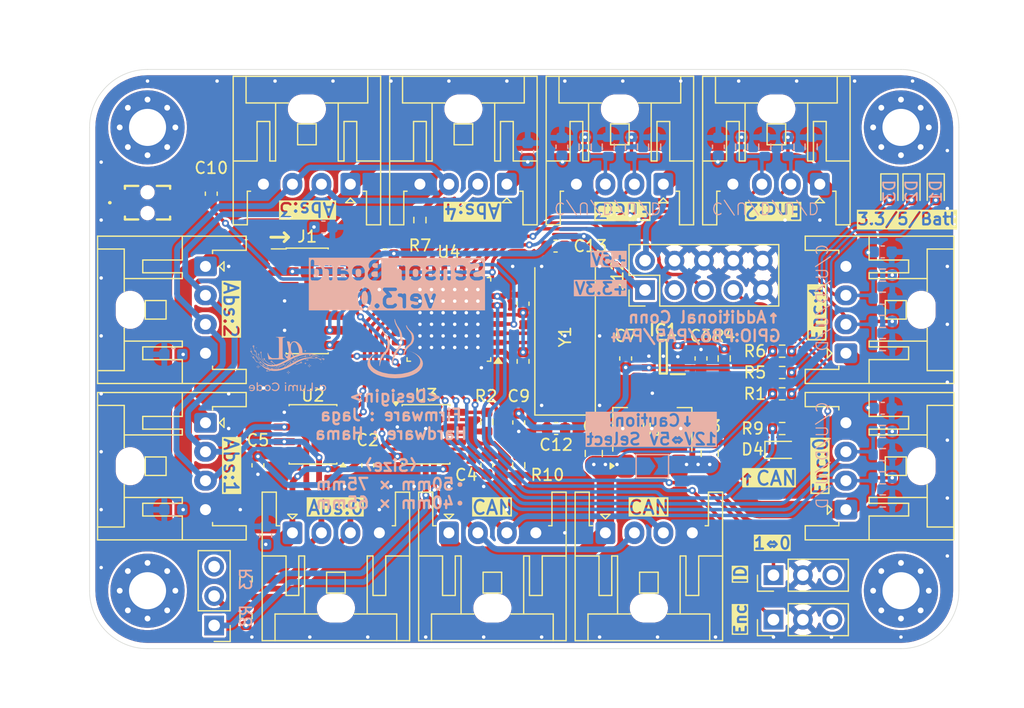
<source format=kicad_pcb>
(kicad_pcb (version 20241229) (generator "pcbnew") (generator_version "9.0")
  (layers (0 "F.Cu" signal) (2 "B.Cu" signal) (13 "F.Paste" user) (15 "B.Paste" user) (5 "F.SilkS" user "F.Silkscreen") (7 "B.SilkS" user "B.Silkscreen") (1 "F.Mask" user) (3 "B.Mask" user) (25 "Edge.Cuts" user))
  (net 0 "")
  (net 1 "VCC")
  (net 2 "GND")
  (net 3 "+5V")
  (net 4 "+3.3V")
  (net 5 "/NRST")
  (net 6 "/Crystal0")
  (net 7 "/Crystal1")
  (net 8 "/EncSW")
  (net 9 "Net-(D1-A)")
  (net 10 "Net-(D2-A)")
  (net 11 "Net-(D3-A)")
  (net 12 "/CANL")
  (net 13 "/CANH")
  (net 14 "/EncA_1")
  (net 15 "/EncB_1")
  (net 16 "/EncB_2")
  (net 17 "/EncA_2")
  (net 18 "/EncB_3")
  (net 19 "/EncA_3")
  (net 20 "/VCPRX")
  (net 21 "/SWCLK")
  (net 22 "/SWDIO")
  (net 23 "/Booto")
  (net 25 "Net-(SW1-B)")
  (net 26 "/IDSet")
  (net 28 "/CANTX")
  (net 29 "/CANRX")
  (net 30 "/UARTTX")
  (net 31 "/CTRL")
  (net 33 "/UARTRX")
  (net 34 "Net-(D4-A)")
  (net 35 "/EncB_0")
  (net 36 "/EncA_0")
  (net 39 "Net-(IC1-EN)")
  (net 44 "Net-(U3-STBY)")
  (net 46 "/Add_PA4")
  (net 47 "/Add_PA5")
  (net 48 "/LED1")
  (net 49 "/Add_PB6")
  (net 50 "/RS485_A")
  (net 51 "/RS485_B")
  (net 52 "+3.3VA")
  (footprint "Connector_JST:JST_XA_S04B-XASK-1_1x04_P2.50mm_Horizontal" (layer "F.Cu") (at 70 57 -90)
    (property "Reference" "J10" (hide yes))
    (property "Value" "Abs1")
  )
  (footprint "Capacitor_SMD:C_0805_2012Metric" (layer "F.Cu") (at 113.5 73.15 90)
    (property "Reference" "C3")
    (property "Value" "10μF" (hide yes))
  )
  (footprint "Connector_JST:JST_XA_S04B-XASK-1_1x04_P2.50mm_Horizontal" (layer "F.Cu") (at 91 80)
    (property "Reference" "J4" (hide yes))
    (property "Value" "CANConn")
  )
  (footprint "Capacitor_SMD:C_0603_1608Metric" (layer "F.Cu") (at 94.275 74.175 90)
    (property "Reference" "C4")
    (property "Value" "0.1μF" (hide yes))
  )
  (footprint "MountingHole:MountingHole_3.2mm_M3_Pad_Via" (layer "F.Cu") (at 65 45)
    (property "Reference" "H1" (hide yes))
    (property "Value" "MountingHole" (hide yes))
  )
  (footprint "Package_QFP:LQFP-32_7x7mm_P0.8mm" (layer "F.Cu") (at 91 61.575 180)
    (property "Reference" "U4")
    (property "Value" "STM32F303K8Tx" (hide yes))
  )
  (footprint "Connector_JST:JST_XA_S04B-XASK-1_1x04_P2.50mm_Horizontal" (layer "F.Cu") (at 109.5 49.9 180)
    (property "Reference" "J6" (hide yes))
    (property "Value" "Enc3")
  )
  (footprint "Resistor_SMD:R_0603_1608Metric" (layer "F.Cu") (at 114.75 64.95 90)
    (property "Reference" "R4")
    (property "Value" "10kΩ" (hide yes))
  )
  (footprint "Connector_JST:JST_XA_S04B-XASK-1_1x04_P2.50mm_Horizontal" (layer "F.Cu") (at 104.5 80)
    (property "Reference" "J7" (hide yes))
    (property "Value" "CANConn")
  )
  (footprint "Capacitor_SMD:C_0603_1608Metric" (layer "F.Cu") (at 70.5 50.725 -90)
    (property "Reference" "C10")
    (property "Value" "0.1μF" (hide yes))
  )
  (footprint "MountingHole:MountingHole_3.2mm_M3_Pad_Via" (layer "F.Cu") (at 130 85)
    (property "Reference" "H3" (hide yes))
    (property "Value" "MountingHole" (hide yes))
  )
  (footprint "Capacitor_SMD:C_0603_1608Metric" (layer "F.Cu") (at 84 74.175 -90)
    (property "Reference" "C2")
    (property "Value" "0.1μF" (hide yes))
  )
  (footprint "Capacitor_SMD:C_0805_2012Metric" (layer "F.Cu") (at 103.5 73.15 90)
    (property "Reference" "C1")
    (property "Value" "10μF" (hide yes))
  )
  (footprint "MountingHole:MountingHole_3.2mm_M3_Pad_Via" (layer "F.Cu") (at 130 45)
    (property "Reference" "H4" (hide yes))
    (property "Value" "MountingHole" (hide yes))
  )
  (footprint "Connector_JST:JST_XA_S04B-XASK-1_1x04_P2.50mm_Horizontal" (layer "F.Cu") (at 82.5 49.9 180)
    (property "Reference" "J8" (hide yes))
    (property "Value" "Abs0")
  )
  (footprint "Resistor_SMD:R_0603_1608Metric" (layer "F.Cu") (at 94.275 70.425 90)
    (property "Reference" "R2")
    (property "Value" "10kΩ" (hide yes))
  )
  (footprint "MySW:SMD_MySW1" (layer "F.Cu") (at 65 51.5)
    (property "Reference" "SW3" (hide yes))
    (property "Value" "Reset" (hide yes))
  )
  (footprint "Connector_JST:JST_XA_S04B-XASK-1_1x04_P2.50mm_Horizontal" (layer "F.Cu") (at 96 49.9 180)
    (property "Reference" "J9" (hide yes))
    (property "Value" "Abs2")
  )
  (footprint "Inductor_SMD:L_0603_1608Metric" (layer "F.Cu") (at 97.4 65.2 90)
    (property "Reference" "FB1" (hide yes))
    (property "Value" "FB" (hide yes))
  )
  (footprint "Capacitor_SMD:C_0603_1608Metric" (layer "F.Cu") (at 85.475 56 180)
    (property "Reference" "C11" (hide yes))
    (property "Value" "0.1μF" (hide yes))
  )
  (footprint "Capacitor_SMD:C_0603_1608Metric" (layer "F.Cu") (at 97.025 70.475 -90)
    (property "Reference" "C9")
    (property "Value" "0.1μF" (hide yes))
  )
  (footprint "LED_SMD:LED_0603_1608Metric" (layer "F.Cu") (at 133 50.5 -90)
    (property "Reference" "D1")
    (property "Value" "LED" (hide yes))
  )
  (footprint "Resistor_SMD:R_0603_1608Metric" (layer "F.Cu") (at 119.75 64.32)
    (property "Reference" "R6")
    (property "Value" "10kΩ" (hide yes))
  )
  (footprint "Capacitor_SMD:C_0603_1608Metric" (layer "F.Cu") (at 112.75 64.95 90)
    (property "Reference" "C6")
    (property "Value" "1μF" (hide yes))
  )
  (footprint "Capacitor_SMD:C_0603_1608Metric" (layer "F.Cu") (at 97.4 60.225 90)
    (property "Reference" "C8" (hide yes))
    (property "Value" "0.1μF" (hide yes))
  )
  (footprint "LED_SMD:LED_0603_1608Metric" (layer "F.Cu") (at 129 50.5 -90)
    (property "Reference" "D3")
    (property "Value" "LED" (hide yes))
  )
  (footprint "Resistor_SMD:R_0603_1608Metric" (layer "F.Cu") (at 73.5 84 90)
    (property "Reference" "R3")
    (property "Value" "120Ω" (hide yes))
  )
  (footprint "MountingHole:MountingHole_3.2mm_M3_Pad_Via" (layer "F.Cu") (at 65 85)
    (property "Reference" "H2" (hide yes))
    (property "Value" "MountingHole" (hide yes))
  )
  (footprint "Resistor_SMD:R_0603_1608Metric" (layer "F.Cu") (at 119.75 71)
    (property "Reference" "R9")
    (property "Value" "10kΩ" (hide yes))
  )
  (footprint "Connector_JST:JST_XA_S04B-XASK-1_1x04_P2.50mm_Horizontal" (layer "F.Cu") (at 123 49.9 180)
    (property "Reference" "J3" (hide yes))
    (property "Value" "Enc2")
  )
  (footprint "Connector_JST:JST_XA_S04B-XASK-1_1x04_P2.50mm_Horizontal" (layer "F.Cu") (at 125.25 64.5 90)
    (property "Reference" "J5" (hide yes))
    (property "Value" "Enc1" (hide yes))
  )
  (footprint "Resistor_SMD:R_0603_1608Metric" (layer "F.Cu") (at 119.75 66.16)
    (property "Reference" "R5")
    (property "Value" "10kΩ" (hide yes))
  )
  (footprint "Connector_PinHeader_2.54mm:PinHeader_2x05_P2.54mm_Vertical" (layer "F.Cu") (at 107.92 59.04 90)
    (property "Reference" "J12")
    (property "Value" "AddConn" (hide yes))
  )
  (footprint "SensorBoard_ver3.0:MIC5504-3.3YM5-T5" (layer "F.Cu") (at 109.5 64.8 180)
    (property "Reference" "IC1")
    (property "Value" "MIC5504-3.3YM5-T5" (hide yes))
  )
  (footprint "Connector_PinHeader_2.54mm:PinHeader_1x03_P2.54mm_Vertical" (layer "F.Cu") (at 119 87.5 90)
    (property "Reference" "SW4" (hide yes))
    (property "Value" "IDSetSW" (hide yes))
  )
  (footprint "Capacitor_SMD:C_0603_1608Metric" (layer "F.Cu") (at 100.25 71 180)
    (property "Reference" "C12")
    (property "Value" "33pF" (hide yes))
  )
  (footprint "Resistor_SMD:R_0603_1608Metric" (layer "F.Cu") (at 97.025 74.175 -90)
    (property "Reference" "R10")
    (property "Value" "10kΩ" (hide yes))
  )
  (footprint "LED_SMD:LED_0603_1608Metric" (layer "F.Cu") (at 119.75 72.84)
    (property "Reference" "D4")
    (property "Value" "LED" (hide yes))
  )
  (footprint "Connector_JST:JST_XA_S04B-XASK-1_1x04_P2.50mm_Horizontal" (layer "F.Cu") (at 125.25 78 90)
    (property "Reference" "J2" (hide yes))
    (property "Value" "Enc0" (hide yes))
  )
  (footprint "Connector_PinHeader_2.54mm:PinHeader_1x03_P2.54mm_Vertical" (layer "F.Cu") (at 119 83.66 90)
    (property "Reference" "SW2" (hide yes))
    (property "Value" "IDSetSW" (hide yes))
  )
  (footprint "Package_SO:SOIC-8_3.9x4.9mm_P1.27mm" (layer "F.Cu") (at 89.025 71.5)
    (property "Reference" "U3")
    (property "Value" "ATA6561" (hide yes))
  )
  (footprint "Connector_PinHeader_2.54mm:PinHeader_1x03_P2.54mm_Vertical" (layer "F.Cu") (at 70.75 88 180)
    (property "Reference" "SW1" (hide yes))
    (property "Value" "CAN_Terminal" (hide yes))
  )
  (footprint "Connector_JST:JST_XA_S04B-XASK-1_1x04_P2.50mm_Horizontal" (layer "F.Cu") (at 77.5 80)
    (property "Reference" "J14" (hide yes))
    (property "Value" "Abs3")
  )
  (footprint "Capacitor_SMD:C_0603_1608Metric" (layer "F.Cu") (at 74.525 74.175 -90)
    (property "Reference" "C5")
    (property "Value" "0.1μF" (hide yes))
  )
  (footprint "Crystal:Crystal_SMD_HC49-SD" (layer "F.Cu") (at 101.025 63.075 90)
    (property "Reference" "Y1")
    (property "Value" "Crystal" (hide yes))
  )
  (footprint "Package_TO_SOT_SMD:SOT-223-3_TabPin2" (layer "F.Cu") (at 108.55 71.1 90)
    (property "Reference" "U1")
    (property "Value" "L7805" (hide yes))
  )
  (footprint "Capacitor_SMD:C_0603_1608Metric" (layer "F.Cu") (at 100.2 55.25 180)
    (property "Reference" "C13")
    (property "Value" "33pF" (hide yes))
  )
  (footprint "Resistor_SMD:R_0603_1608Metric" (layer "F.Cu") (at 73.5 87.175 -90)
    (property "Reference" "R8")
    (property "Value" "120Ω" (hide yes))
  )
  (footprint "Package_SO:SOIC-8_3.9x4.9mm_P1.27mm" (layer "F.Cu") (at 79.275 71.5 180)
    (property "Reference" "U2")
    (property "Value" "MAX3485" (hide yes))
  )
  (footprint "Connector_PinHeader_1.27mm:PinHeader_2x07_P1.27mm_Vertical_SMD" (layer "F.Cu") (at 78.775 59.98)
    (property "Reference" "J1")
    (property "Value" "STLink" (hide yes))
  )
  (footprint "LED_SMD:LED_0603_1608Metric" (layer "F.Cu") (at 130.91 50.5 -90)
    (property "Reference" "D2")
    (property "Value" "LED" (hide yes))
  )
  (footprint "Resistor_SMD:R_0603_1608Metric" (layer "F.Cu") (at 119.75 68)
    (property "Reference" "R1")
    (property "Value" "10kΩ" (hide yes))
  )
  (footprint "Connector_JST:JST_XA_S04B-XASK-1_1x04_P2.50mm_Horizontal" (layer "F.Cu") (at 70 70.5 -90)
    (property "Reference" "J11" (hide yes))
    (property "Value" "Abs3")
  )
  (footprint "Capacitor_SMD:C_0603_1608Metric" (layer "F.Cu") (at 106.25 64.95 90)
    (property "Reference" "C7")
    (property "Value" "1μF" (hide yes))
  )
  (footprint "Resistor_SMD:R_0603_1608Metric" (layer "F.Cu") (at 88.5 53 -90)
    (property "Reference" "R7")
    (property "Value" "120Ω" (hide yes))
  )
  (footprint "Resistor_SMD:R_0603_1608Metric" (layer "B.Cu") (at 128.425 71.25)
    (property "Reference" "R12" (hide yes))
    (property "Value" "10kΩ" (hide yes))
  )
  (footprint "Capacitor_SMD:C_0603_1608Metric" (layer "B.Cu") (at 67.225 78 180)
    (property "Reference" "C19" (hide yes))
    (property "Value" "0.1μF" (hide yes))
  )
  (footprint "Capacitor_SMD:C_0603_1608Metric" (layer "B.Cu") (at 128.425 69.25)
    (property "Reference" "C14" (hide yes))
    (property "Value" "0.1μF" (hide yes))
  )
  (footprint "Resistor_SMD:R_0603_1608Metric" (layer "B.Cu") (at 104.75 46.675 90)
    (property "Reference" "R26" (hide yes))
    (property "Value" "10kΩ" (hide yes))
  )
  (footprint "Resistor_SMD:R_0603_1608Metric" (layer "B.Cu") (at 116.25 46.675 90)
    (property "Reference" "R17" (hide yes))
    (property "Value" "10kΩ" (hide yes))
  )
  (footprint "Jumper:SolderJumper-2_P1.3mm_Open_TrianglePad1.0x1.5mm" (layer "B.Cu") (at 108.55 74.25)
    (property "Reference" "JP1" (hide yes))
    (property "Value" "VCC⇔5V Short" (hide yes))
  )
  (footprint "Resistor_SMD:R_0603_1608Metric" (layer "B.Cu") (at 128.425 77.25)
    (property "Reference" "R13" (hide yes))
    (property "Value" "10kΩ" (hide yes))
  )
  (footprint "Capacitor_SMD:C_0603_1608Metric" (layer "B.Cu") (at 114.25 46.675 90)
    (property "Reference" "C16" (hide yes))
    (property "Value" "0.1μF" (hide yes))
  )
  (footprint "Resistor_SMD:R_0603_1608Metric" (layer "B.Cu") (at 102.75 46.675 90)
    (property "Reference" "R25" (hide yes))
    (property "Value" "10kΩ" (hide yes))
  )
  (footprint "Capacitor_SMD:C_0603_1608Metric" (layer "B.Cu") (at 100.75 46.675 90)
    (property "Reference" "C17" (hide yes))
    (property "Value" "0.1μF" (hide yes))
  )
  (footprint "Resistor_SMD:R_0603_1608Metric" (layer "B.Cu") (at 128.425 57.75)
    (property "Reference" "R21" (hide yes))
    (property "Value" "10kΩ" (hide yes))
  )
  (footprint "Capacitor_SMD:C_0603_1608Metric" (layer "B.Cu") (at 75.2 80.225 90)
    (property "Reference" "C18" (hide yes))
    (property "Value" "0.1μF" (hide yes))
  )
  (footprint "Resistor_SMD:R_0603_1608Metric" (layer "B.Cu") (at 106.75 46.675 90)
    (property "Reference" "R23" (hide yes))
    (property "Value" "10kΩ" (hide yes))
  )
  (footprint "Resistor_SMD:R_0603_1608Metric" (layer "B.Cu") (at 120.25 46.675 90)
    (property "Reference" "R15" (hide yes))
    (property "Value" "10kΩ" (hide yes))
  )
  (footprint "Resistor_SMD:R_0603_1608Metric" (layer "B.Cu") (at 128.425 73.25)
    (property "Reference" "R14" (hide yes))
    (property "Value" "10kΩ" (hide yes))
  )
  (footprint "Resistor_SMD:R_0603_1608Metric" (layer "B.Cu") (at 128.425 75.25)
    (property "Reference" "R11" (hide yes))
    (property "Value" "10kΩ" (hide yes))
  )
  (footprint "Resistor_SMD:R_0603_1608Metric" (layer "B.Cu") (at 108.75 46.675 90)
    (property "Reference" "R24" (hide yes))
    (property "Value" "10kΩ" (hide yes))
  )
  (footprint "Capacitor_SMD:C_0603_1608Metric" (layer "B.Cu") (at 67.225 64.6 180)
    (property "Reference" "C20" (hide yes))
    (property "Value" "0.1μF" (hide yes))
  )
  (footprint "Resistor_SMD:R_0603_1608Metric" (layer "B.Cu") (at 128.425 59.75)
    (property "Reference" "R22" (hide yes))
    (property "Value" "10kΩ" (hide yes))
  )
  (footprint "Capacitor_SMD:C_0603_1608Metric" (layer "B.Cu") (at 128.425 55.75)
    (property "Reference" "C15" (hide yes))
    (property "Value" "0.1μF" (hide yes))
  )
  (footprint "SensorBoard_ver3.0:α-LumiCode" (layer "B.Cu") (at 77.07 65.5 180)
    (property "Reference" "H5" (hide yes))
    (property "Value" "Mark" (hide yes))
  )
  (footprint "Resistor_SMD:R_0603_1608Metric" (layer "B.Cu") (at 128.425 63.75)
    (property "Reference" "R20" (hide yes))
    (property "Value" "10kΩ" (hide yes))
  )
  (footprint "Resistor_SMD:R_0603_1608Metric" (layer "B.Cu") (at 122.25 46.675 90)
    (property "Reference" "R16" (hide yes))
    (property "Value" "10kΩ" (hide yes))
  )
  (footprint "Capacitor_SMD:C_0603_1608Metric" (layer "B.Cu") (at 97.8 47.125 90)
    (property "Reference" "C22" (hide yes))
    (property "Value" "0.1μF" (hide yes))
  )
  (footprint "Capacitor_SMD:C_0603_1608Metric" (layer "B.Cu") (at 80.175 53.6)
    (property "Reference" "C21" (hide yes))
    (property "Value" "0.1μF" (hide yes))
  )
  (footprint "Resistor_SMD:R_0603_1608Metric" (layer "B.Cu") (at 118.25 46.675 90)
    (property "Reference" "R18" (hide yes))
    (property "Value" "10kΩ" (hide yes))
  )
  (footprint "Resistor_SMD:R_0603_1608Metric" (layer "B.Cu") (at 128.425 61.75)
    (property "Reference" "R19" (hide yes))
    (property "Value" "10kΩ" (hide yes))
  )
  (gr_line (start 135 85) (end 135 45) (stroke (width 0.05)) (layer "Edge.Cuts"))
  (gr_arc (start 65 90) (mid 61.464466 88.535534) (end 60 85) (stroke (width 0.05)) (layer "Edge.Cuts"))
  (gr_line (start 130 40) (end 65 40) (stroke (width 0.05)) (layer "Edge.Cuts"))
  (gr_arc (start 60 45) (mid 61.464466 41.464466) (end 65 40) (stroke (width 0.05)) (layer "Edge.Cuts"))
  (gr_arc (start 135 85) (mid 133.535534 88.535534) (end 130 90) (stroke (width 0.05)) (layer "Edge.Cuts"))
  (gr_line (start 60 45) (end 60 85) (stroke (width 0.05)) (layer "Edge.Cuts"))
  (gr_line (start 65 90) (end 130 90) (stroke (width 0.05)) (layer "Edge.Cuts"))
  (gr_arc (start 130 40) (mid 133.535534 41.464466) (end 135 45) (stroke (width 0.05)) (layer "Edge.Cuts"))
  (gr_text "Enc:0" (at 123.77 74.25 90) (layer "F.SilkS" knockout) (effects (font (size 1.2 1.2) (thickness 0.2) (bold yes)) (justify bottom)))
  (gr_text "Abs:2" (at 71.48 60.75 270) (layer "F.SilkS" knockout) (effects (font (size 1.2 1.2) (thickness 0.2) (bold yes)) (justify bottom)))
  (gr_text "Enc" (at 116.74 87.5 90) (layer "F.SilkS" knockout) (effects (font (size 1 1) (thickness 0.2) (bold yes)) (justify bottom)))
  (gr_text "CAN" (at 94.75 78.52 0) (layer "F.SilkS" knockout) (effects (font (size 1.2 1.2) (thickness 0.2) (bold yes)) (justify bottom)))
  (gr_text "Enc:2" (at 119 51.5 180) (layer "F.SilkS" knockout) (effects (font (size 1.2 1.2) (thickness 0.2) (bold yes)) (justify bottom)))
  (gr_text "↑CAN" (at 118.5 76 0) (layer "F.SilkS" knockout) (effects (font (size 1.2 1.2) (thickness 0.2) (bold yes)) (justify bottom)))
  (gr_text "CAN" (at 108.25 78.52 0) (layer "F.SilkS" knockout) (effects (font (size 1.2 1.2) (thickness 0.2) (bold yes)) (justify bottom)))
  (gr_text "Enc:3" (at 106 51.5 180) (layer "F.SilkS" knockout) (effects (font (size 1.2 1.2) (thickness 0.2) (bold yes)) (justify bottom)))
  (gr_text "Abs:0" (at 81.25 78.52 0) (layer "F.SilkS" knockout) (effects (font (size 1.2 1.2) (thickness 0.2) (bold yes)) (justify bottom)))
  (gr_text "Abs:3" (at 78.75 51.38 180) (layer "F.SilkS" knockout) (effects (font (size 1.2 1.2) (thickness 0.2) (bold yes)) (justify bottom)))
  (gr_text "→" (at 75 55.5 0) (layer "F.SilkS") (effects (font (size 2 2) (thickness 0.25)) (justify left bottom)))
  (gr_text "1⇔0" (at 118.9 81.5 0) (layer "F.SilkS" knockout) (effects (font (size 1 1) (thickness 0.2) (bold yes)) (justify bottom)))
  (gr_text "ID" (at 116.74 83.6 90) (layer "F.SilkS" knockout) (effects (font (size 1 1) (thickness 0.2) (bold yes)) (justify bottom)))
  (gr_text "Enc:1" (at 123.5 61 90) (layer "F.SilkS" knockout) (effects (font (size 1.2 1.2) (thickness 0.2) (bold yes)) (justify bottom)))
  (gr_text "3.3/5/Batt" (at 130.5 53.5 0) (layer "F.SilkS" knockout) (effects (font (size 1 1) (thickness 0.2) (bold yes)) (justify bottom)))
  (gr_text "Abs:4" (at 93 51.5 180) (layer "F.SilkS" knockout) (effects (font (size 1.2 1.2) (thickness 0.2) (bold yes)) (justify bottom)))
  (gr_text "Abs:1" (at 71.5 74.25 270) (layer "F.SilkS" knockout) (effects (font (size 1.2 1.2) (thickness 0.2) (bold yes)) (justify bottom)))
  (gr_text "♨" (at 89.5 67.5 0) (layer "B.SilkS") (effects (font (size 5 5) (thickness 0.6) (bold yes)) (justify left bottom mirror)))
  (gr_text "↑Additional Conn\nGPIO:PB6/PA5/PA4" (at 119.75 63.59 0) (layer "B.SilkS") (effects (font (size 1 1) (thickness 0.2) (bold yes)) (justify left bottom mirror)))
  (gr_text "〈Size〉\n・50mm × 75mm\n・40mm × 65mm" (at 86 78 0) (layer "B.SilkS") (effects (font (size 1 1) (thickness 0.2) (bold yes)) (justify bottom mirror)))
  (gr_text "C/U/D/U/D" (at 123.8 55 90) (layer "B.SilkS") (effects (font (size 1 1) (thickness 0.1)) (justify left bottom mirror)))
  (gr_text "Sensor Board\nver3.0" (at 86.48 60.68 0) (layer "B.SilkS" knockout) (effects (font (size 1.5 1.5) (thickness 0.3) (bold yes)) (justify bottom mirror)))
  (gr_text "↓Caution!\n12V⇔5V Select\n" (at 108.5 72.5 0) (layer "B.SilkS" knockout) (effects (font (size 1 1) (thickness 0.2) (bold yes)) (justify bottom mirror)))
  (gr_text "+5V" (at 106.5 57 0) (layer "B.SilkS" knockout) (effects (font (size 1 1) (thickness 0.2) (bold yes)) (justify left bottom mirror)))
  (gr_text "C/U/D/U/D" (at 113.6 51.4 180) (layer "B.SilkS") (effects (font (size 1 1) (thickness 0.1)) (justify left bottom mirror)))
  (gr_text "C/U/D/U/D" (at 100 51.4 180) (layer "B.SilkS") (effects (font (size 1 1) (thickness 0.1)) (justify left bottom mirror)))
  (gr_text "<Desigin> \nFirmware : Jaga\nHardware : Hama" (at 86 72.025 0) (layer "B.SilkS") (effects (font (size 1 1) (thickness 0.2) (bold yes)) (justify bottom mirror)))
  (gr_text "C/U/D/U/D" (at 123.8 68.6 90) (layer "B.SilkS") (effects (font (size 1 1) (thickness 0.1)) (justify left bottom mirror)))
  (gr_text "+3.3V" (at 106.5 59.5 0) (layer "B.SilkS" knockout) (effects (font (size 1 1) (thickness 0.2) (bold yes)) (justify left bottom mirror)))
  (segment (start 105.5 74.1) (end 105.892893 74.1) (width 1.5) (layer "F.Cu") (net 1))
  (segment (start 106.25 73.423) (end 106.25 74.25) (width 0.2) (layer "F.Cu") (net 1))
  (segment (start 91.292893 81.267893) (end 91.658107 81.633107) (width 1.5) (layer "F.Cu") (net 1))
  (segment (start 105.057107 74.542893) (end 104.5 75.1) (width 1.5) (layer "F.Cu") (net 1))
  (segment (start 102.866893 81.633107) (end 104.5 80) (width 1.5) (layer "F.Cu") (net 1))
  (segment (start 91 80) (end 91 80.560786) (width 1.5) (layer "F.Cu") (net 1))
  (segment (start 104.5 76) (end 104.5 80) (width 1.5) (layer "F.Cu") (net 1))
  (segment (start 104.5 75.1) (end 103.5 74.1) (width 1.5) (layer "F.Cu") (net 1))
  (segment (start 106.246447 74.246447) (end 106.25 74.25) (width 1.5) (layer "F.Cu") (net 1))
  (segment (start 104.5 74.1) (end 105.5 74.1) (width 1.5) (layer "F.Cu") (net 1))
  (segment (start 104.5 76) (end 104.5 75.1) (width 1.5) (layer "F.Cu") (net 1))
  (segment (start 92.365214 81.926) (end 102.159786 81.926) (width 1.5) (layer "F.Cu") (net 1))
  (segment (start 106.25 74.25) (end 105.764214 74.25) (width 1.5) (layer "F.Cu") (net 1))
  (segment (start 103.5 74.1) (end 104.5 74.1) (width 1.5) (layer "F.Cu") (net 1))
  (via (at 103.5 74.1) (size 0.6) (drill 0.3) (layers "F.Cu" "B.Cu") (net 1))
  (via (at 104.5 74.1) (size 0.6) (drill 0.3) (layers "F.Cu" "B.Cu") (net 1))
  (via (at 105.5 74.1) (size 0.6) (drill 0.3) (layers "F.Cu" "B.Cu") (net 1))
  (via (at 118.925 68) (size 0.6) (drill 0.3) (layers "F.Cu" "B.Cu") (net 1))
  (arc (start 102.159786 81.926) (mid 102.542469 81.84988) (end 102.866893 81.633107) (width 1.5) (layer "F.Cu") (net 1))
  (arc (start 105.764214 74.25) (mid 105.381531 74.32612) (end 105.057107 74.542893) (width 1.5) (layer "F.Cu") (net 1))
  (arc (start 105.892893 74.1) (mid 106.084235 74.13806) (end 106.246447 74.246447) (width 1.5) (layer "F.Cu") (net 1))
  (arc (start 91.292893 81.267893) (mid 91.07612 80.94347) (end 91 80.560786) (width 1.5) (layer "F.Cu") (net 1))
  (arc (start 92.365214 81.926) (mid 91.982531 81.84988) (end 91.658107 81.633107) (width 1.5) (layer "F.Cu") (net 1))
  (segment (start 113.510786 73) (end 106.664214 73) (width 0.2) (layer "B.Cu") (net 1))
  (segment (start 105 74.25) (end 103.505 74.25) (width 1.5) (layer "B.Cu") (net 1))
  (segment (start 103.505 74.25) (end 103.5 74.245) (width 1.5) (layer "B.Cu") (net 1))
  (segment (start 105.957107 73.292893) (end 105 74.25) (width 0.2) (layer "B.Cu") (net 1))
  (segment (start 107.825 74.25) (end 105 74.25) (width 1.5) (layer "B.Cu") (net 1))
  (segment (start 118.925 68) (end 114.217893 72.707107) (width 0.2) (layer "B.Cu") (net 1))
  (arc (start 114.217893 72.707107) (mid 113.89347 72.92388) (end 113.510786 73) (width 0.2) (layer "B.Cu") (net 1))
  (arc (start 105.957107 73.292893) (mid 106.28153 73.07612) (end 106.664214 73) (width 0.2) (layer "B.Cu") (net 1))
  (segment (start 97.017729 56.017729) (end 97 56) (width 0.75) (layer "F.Cu") (net 2))
  (segment (start 98.243057 56.017729) (end 97.017729 56.017729) (width 0.75) (layer "F.Cu") (net 2))
  (segment (start 99.425 55.25) (end 98.950164 55.724836) (width 0.75) (layer "F.Cu") (net 2))
  (segment (start 94.27 73.405) (end 94.275 73.4) (width 0.5) (layer "F.Cu") (net 2))
  (via (at 61 83) (size 0.6) (drill 0.3) (layers "F.Cu" "B.Cu") (net 2))
  (via (at 89.5 59) (size 0.6) (drill 0.3) (layers "F.Cu" "B.Cu") (net 2))
  (via (at 85 59) (size 0.6) (drill 0.3) (layers "F.Cu" "B.Cu") (net 2))
  (via (at 91.5 63) (size 0.6) (drill 0.3) (layers "F.Cu" "B.Cu") (net 2))
  (via (at 74 89) (size 0.6) (drill 0.3) (layers "F.Cu" "B.Cu") (net 2))
  (via (at 111 71) (size 0.6) (drill 0.3) (layers "F.Cu" "B.Cu") (net 2))
  (via (at 134 62) (size 0.6) (drill 0.3) (layers "F.Cu" "B.Cu") (net 2))
  (via (at 96.5 57) (size 0.6) (drill 0.3) (layers "F.Cu" "B.Cu") (net 2))
  (via (at 93.5 59) (size 0.6) (drill 0.3) (layers "F.Cu" "B.Cu") (net 2))
  (via (at 90.5 61) (size 0.6) (drill 0.3) (layers "F.Cu" "B.Cu") (net 2))
  (via (at 94 76) (size 0.6) (drill 0.3) (layers "F.Cu" "B.Cu") (net 2))
  (via (at 126 41) (size 0.6) (drill 0.3) (layers "F.Cu" "B.Cu") (net 2))
  (via (at 93.5 61) (size 0.6) (drill 0.3) (layers "F.Cu" "B.Cu") (net 2))
  (via (at 90.5 63) (size 0.6) (drill 0.3) (layers "F.Cu" "B.Cu") (net 2))
  (via (at 104 57) (size 0.6) (drill 0.3) (layers "F.Cu" "B.Cu") (net 2))
  (via (at 91.5 59) (size 0.6) (drill 0.3) (layers "F.Cu" "B.Cu") (net 2))
  (via (at 88.5 60) (size 0.6) (drill 0.3) (layers "F.Cu" "B.Cu") (net 2))
  (via (at 88.5 64) (size 0.6) (drill 0.3) (layers "F.Cu" "B.Cu") (net 2))
  (via (at 130 89) (size 0.6) (drill 0.3) (layers "F.Cu" "B.Cu") (net 2))
  (via (at 88.5 61) (size 0.6) (drill 0.3) (layers "F.Cu" "B.Cu") (net 2))
  (via (at 134 82) (size 0.6) (drill 0.3) (layers "F.Cu" "B.Cu") (net 2))
  (via (at 82 76) (size 0.6) (drill 0.3) (layers "F.Cu" "B.Cu") (net 2))
  (via (at 73 78) (size 0.6) (drill 0.3) (layers "F.Cu" "B.Cu") (net 2))
  (via (at 88.5 62) (size 0.6) (drill 0.3) (layers "F.Cu" "B.Cu") (net 2))
  (via (at 90.5 60) (size 0.6) (drill 0.3) (layers "F.Cu" "B.Cu") (net 2))
  (via (at 116 41) (size 0.6) (drill 0.3) (layers "F.Cu" "B.Cu") (net 2))
  (via (at 92.5 59) (size 0.6) (drill 0.3) (layers "F.Cu" "B.Cu") (net 2))
  (via (at 75 67.5) (size 0.6) (drill 0.3) (layers "F.Cu" "B.Cu") (net 2))
  (via (at 104 89) (size 0.6) (drill 0.3) (layers "F.Cu" "B.Cu") (net 2))
  (via (at 97.025 71.25) (size 0.6) (drill 0.3) (layers "F.Cu" "B.Cu") (net 2))
  (via (at 110.75 64.8) (size 0.6) (drill 0.3) (layers "F.Cu" "B.Cu") (net 2))
  (via (at 61 68) (size 0.6) (drill 0.3) (layers "F.Cu" "B.Cu") (net 2))
  (via (at 61 78) (size 0.6) (drill 0.3) (layers "F.Cu" "B.Cu") (net 2))
  (via (at 90.5 62) (size 0.6) (drill 0.3) (layers "F.Cu" "B.Cu") (net 2))
  (via (at 90.5 64) (size 0.6) (drill 0.3) (layers "F.Cu" "B.Cu") (net 2))
  (via (at 89.5 60) (size 0.6) (drill 0.3) (layers "F.Cu" "B.Cu") (net 2))
  (via (at 86.55 70.865) (size 0.6) (drill 0.3) (layers "F.Cu" "B.Cu") (net 2))
  (via (at 71 41) (size 0.6) (drill 0.3) (layers "F.Cu" "B.Cu") (net 2))
  (via (at 86 76) (size 0.6) (drill 0.3) (layers "F.Cu" "B.Cu") (net 2))
  (via (at 61 58) (size 0.6) (drill 0.3) (layers "F.Cu" "B.Cu") (net 2))
  (via (at 72 71) (size 0.6) (drill 0.3) (layers "F.Cu" "B.Cu") (net 2))
  (via (at 99 57) (size 0.6) (drill 0.3) (layers "F.Cu" "B.Cu") (net 2))
  (via (at 124 89) (size 0.6) (drill 0.3) (layers "F.Cu" "B.Cu") (net 2))
  (via (at 61 48) (size 0.6) (drill 0.3) (layers "F.Cu" "B.Cu") (net 2))
  (via (at 121 41) (size 0.6) (drill 0.3) (layers "F.Cu" "B.Cu") (net 2))
  (via (at 89 71) (size 0.6) (drill 0.3) (layers "F.Cu" "B.Cu") (net 2))
  (via (at 89.5 62) (size 0.6) (drill 0.3) (layers "F.Cu" "B.Cu") (net 2))
  (via (at 72 57) (size 0.6) (drill 0.3) (layers "F.Cu" "B.Cu") (net 2))
  (via (at 134 47) (size 0.6) (drill 0.3) (layers "F.Cu" "B.Cu") (net 2))
  (via (at 123 53) (size 0.6) (drill 0.3) (layers "F.Cu" "B.Cu") (net 2))
  (via (at 119 89) (size 0.6) (drill 0.3) (layers "F.Cu" "B.Cu") (net 2))
  (via (at 89.5 61) (size 0.6) (drill 0.3) (layers "F.Cu" "B.Cu") (net 2))
  (via (at 120 53) (size 0.6) (drill 0.3) (layers "F.Cu" "B.Cu") (net 2))
  (via (at 89.5 64) (size 0.6) (drill 0.3) (layers "F.Cu" "B.Cu") (net 2))
  (via (at 91.5 61) (size 0.6) (drill 0.3) (layers "F.Cu" "B.Cu") (net 2))
  (via (at 72 68) (size 0.6) (drill 0.3) (layers "F.Cu" "B.Cu") (net 2))
  (via (at 79 89) (size 0.6) (drill 0.3) (layers "F.Cu" "B.Cu") (net 2))
  (via (at 93.8 65.75) (size 0.6) (drill 0.3) (layers "F.Cu" "B.Cu") (net 2))
  (via (at 91 41) (size 0.6) (drill 0.3) (layers "F.Cu" "B.Cu") (net 2))
  (via (at 91 76) (size 0.6) (drill 0.3) (layers "F.Cu" "B.Cu") (net 2))
  (via (at 84 89) (size 0.6) (drill 0.3) (layers "F.Cu" "B.Cu") (net 2))
  (via (at 85 78) (size 0.6) (drill 0.3) (layers "F.Cu" "B.Cu") (net 2))
  (via (at 92.5 62) (size 0.6) (drill 0.3) (layers "F.Cu" "B.Cu") (net 2))
  (via (at 114 89) (size 0.6) (drill 0.3) (layers "F.Cu" "B.Cu") (net 2))
  (via (at 101 80) (size 0.6) (drill 0.3) (layers "F.Cu" "B.Cu") (net 2))
  (via (at 92.5 63) (size 0.6) (drill 0.3) (layers "F.Cu" "B.Cu") (net 2))
  (via (at 134 52) (size 0.6) (drill 0.3) (layers "F.Cu" "B.Cu") (net 2))
  (via (at 93.5 60) (size 0.6) (drill 0.3) (layers "F.Cu" "B.Cu") (net 2))
  (via (at 72 60) (size 0.6) (drill 0.3) (layers "F.Cu" "B.Cu") (net 2))
  (via (at 108.5 71) (size 0.6) (drill 0.3) (layers "F.Cu" "B.Cu") (net 2))
  (via (at 88.5 63) (size 0.6) (drill 0.3) (layers "F.Cu" "B.Cu") (net 2))
  (via (at 106 71) (size 0.6) (drill 0.3) (layers "F.Cu" "B.Cu") (net 2))
  (via (at 109 89) (size 0.6) (drill 0.3) (layers "F.Cu" "B.Cu") (net 2))
  (via (at 89 89) (size 0.6) (drill 0.3) (layers "F.Cu" "B.Cu") (net 2))
  (via (at 104 63) (size 0.6) (drill 0.3) (layers "F.Cu" "B.Cu") (net 2))
  (via (at 76.825 62.52) (size 0.6) (drill 0.3) (layers "F.Cu" "B.Cu") (net 2))
  (via (at 99 89) (size 0.6) (drill 0.3) (layers "F.Cu" "B.Cu") (net 2))
  (via (at 106 41) (size 0.6) (drill 0.3) (layers "F.Cu" "B.Cu") (net 2))
  (via (at 108.25 64.75) (size 0.6) (drill 0.3) (layers "F.Cu" "B.Cu") (net 2))
  (via (at 96 41) (size 0.6) (drill 0.3) (layers "F.Cu" "B.Cu") (net 2))
  (via (at 101 63) (size 0.6) (drill 0.3) (layers "F.Cu" "B.Cu") (net 2))
  (via (at 108.55 67.95) (size 0.6) (drill 0.3) (layers "F.Cu" "B.Cu") (net 2))
  (via (at 89.5 63) (size 0.6) (drill 0.3) (layers "F.Cu" "B.Cu") (net 2))
  (via (at 88 76) (size 0.6) (drill 0.3) (layers "F.Cu" "B.Cu") (net 2))
  (via (at 61 73) (size 0.6) (drill 0.3) (layers "F.Cu" "B.Cu") (net 2))
  (via (at 93.5 63) (size 0.6) (drill 0.3) (layers "F.Cu" "B.Cu") (net 2))
  (via (at 81 41) (size 0.6) (drill 0.3) (layers "F.Cu" "B.Cu") (net 2))
  (via (at 91.5 62) (size 0.6) (drill 0.3) (layers "F.Cu" "B.Cu") (net 2))
  (via (at 109.5 64.75) (size 0.6) (drill 0.3) (layers "F.Cu" "B.Cu") (net 2))
  (via (at 61 63) (size 0.6) (drill 0.3) (layers "F.Cu" "B.Cu") (net 2))
  (via (at 101 41) (size 0.6) (drill 0.3) (layers "F.Cu" "B.Cu") (net 2))
  (via (at 76 41) (size 0.6) (drill 0.3) (layers "F.Cu" "B.Cu") (net 2))
  (via (at 76.825 59.98) (size 0.6) (drill 0.3) (layers "F.Cu" "B.Cu") (net 2))
  (via (at 134 77) (size 0.6) (drill 0.3) (layers "F.Cu" "B.Cu") (net 2))
  (via (at 134 72) (size 0.6) (drill 0.3) (layers "F.Cu" "B.Cu") (net 2))
  (via (at 111 41) (size 0.6) (drill 0.3) (layers "F.Cu" "B.Cu") (net 2))
  (via (at 90.5 59) (size 0.6) (drill 0.3) (layers "F.Cu" "B.Cu") (net 2))
  (via (at 112.75 64.175) (size 0.6) (drill 0.3) (layers "F.Cu" "B.Cu") (net 2))
  (via (at 92.5 61) (size 0.6) (drill 0.3) (layers "F.Cu" "B.Cu") (net 2))
  (via (at 104 69) (size 0.6) (drill 0.3) (layers "F.Cu" "B.Cu") (net 2))
  (via (at 131 41) (size 0.6) (drill 0.3) (layers "F.Cu" "B.Cu") (net 2))
  (via (at 91.5 60) (size 0.6) (drill 0.3) (layers "F.Cu" "B.Cu") (net 2))
  (via (at 74.525 74.95) (size 0.6) (drill 0.3) (layers "F.Cu" "B.Cu") (net 2))
  (via (at 91.5 64) (size 0.6) (drill 0.3) (layers "F.Cu" "B.Cu") (net 2))
  (via (at 96 78) (size 0.6) (drill 0.3) (layers "F.Cu" "B.Cu") (net 2))
  (via (at 76.8 69.595) (size 0.6) (drill 0.3) (layers "F.Cu" "B.Cu") (net 2))
  (via (at 80 67.5) (size 0.6) (drill 0.3) (layers "F.Cu" "B.Cu") (net 2))
  (via (at 99 69) (size 0.6) (drill 0.3) (layers "F.Cu" "B.Cu") (net 2))
  (via (at 134 57) (size 0.6) (drill 0.3) (layers "F.Cu" "B.Cu") (net 2))
  (via (at 88.5 59) (size 0.6) (drill 0.3) (layers "F.Cu" "B.Cu") (net 2))
  (via (at 61 53) (size 0.6) (drill 0.3) (layers "F.Cu" "B.Cu") (net 2))
  (via (at 92.5 60) (size 0.6) (drill 0.3) (layers "F.Cu" "B.Cu") (net 2))
  (via (at 92.5 64) (size 0.6) (drill 0.3) (layers "F.Cu" "B.Cu") (net 2))
  (via (at 134 67) (size 0.6) (drill 0.3) (layers "F.Cu" "B.Cu") (net 2))
  (via (at 94 89) (size 0.6) (drill 0.3) (layers "F.Cu" "B.Cu") (net 2))
  (via (at 93.5 62) (size 0.6) (drill 0.3) (layers "F.Cu" "B.Cu") (net 2))
  (via (at 86 41) (size 0.6) (drill 0.3) (layers "F.Cu" "B.Cu") (net 2))
  (via (at 65 41) (size 0.6) (drill 0.3) (layers "F.Cu" "B.Cu") (net 2))
  (via (at 93.5 64) (size 0.6) (drill 0.3) (layers "F.Cu" "B.Cu") (net 2))
  (arc (start 98.950164 55.724836) (mid 98.625741 55.941609) (end 98.243057 56.017729) (width 0.75) (layer "F.Cu") (net 2))
  (segment (start 85.874449 72.175171) (end 85.916582 72.163882) (width 0.5) (layer "F.Cu") (net 3))
  (segment (start 84.61624 73.231287) (end 84.651967 73.206271) (width 0.5) (layer "F.Cu") (net 3))
  (segment (start 109.574 49.9) (end 111.5 47.974) (width 1.5) (layer "F.Cu") (net 3))
  (segment (start 126.883107 53.783107) (end 123 49.9) (width 1.5) (layer "F.Cu") (net 3))
  (segment (start 127.279553 75.103553) (end 127.176 75) (width 0.3) (layer "F.Cu") (net 3))
  (segment (start 127.176 61.75) (end 127.176 58) (width 1.5) (layer "F.Cu") (net 3))
  (segment (start 84.382153 73.346722) (end 84.423146 73.331803) (width 0.5) (layer "F.Cu") (net 3))
  (segment (start 85.712023 72.238333) (end 85.751558 72.219898) (width 0.5) (layer "F.Cu") (net 3))
  (segment (start 111.5 74.1) (end 111.207107 74.1) (width 1.5) (layer "F.Cu") (net 3))
  (segment (start 127.176 75.831785) (end 127.176 75) (width 1.5) (layer "F.Cu") (net 3))
  (segment (start 85.563036 72.328739) (end 85.598767 72.30372) (width 0.5) (layer "F.Cu") (net 3))
  (segment (start 114.725 65.75) (end 114.75 65.775) (width 0.5) (layer "F.Cu") (net 3))
  (segment (start 84.463446 73.315111) (end 84.50298 73.296677) (width 0.5) (layer "F.Cu") (net 3))
  (segment (start 68.074 68.574) (end 68.074 78) (width 1.5) (layer "F.Cu") (net 3))
  (segment (start 102.75 45.85) (end 102.75 47.516893) (width 0.3) (layer "F.Cu") (net 3))
  (segment (start 127.176 58) (end 127.176 55.8) (width 1.5) (layer "F.Cu") (net 3))
  (segment (start 113.5 74.1) (end 112.5 74.1) (width 1.5) (layer "F.Cu") (net 3))
  (segment (start 86.045372 72.141175) (end 86.091521 72.137138) (width 0.5) (layer "F.Cu") (net 3))
  (segment (start 109.5 49.9) (end 109.574 49.9) (width 1.5) (layer "F.Cu") (net 3))
  (segment (start 85.635561 72.28028) (end 85.673337 72.258471) (width 0.5) (layer "F.Cu") (net 3))
  (segment (start 83.807107 73.4) (end 84 73.4) (width 0.5) (layer "F.Cu") (net 3))
  (segment (start 97.926 47.974) (end 97.8 47.974) (width 1.5) (layer "F.Cu") (net 3))
  (segment (start 82.646447 74.353553) (end 83.453554 73.546446) (width 0.5) (layer "F.Cu") (net 3))
  (segment (start 129.25 57.75) (end 127.633107 57.75) (width 0.3) (layer "F.Cu") (net 3))
  (segment (start 106.603553 47.620447) (end 106.25 47.974) (width 0.3) (layer "F.Cu") (net 3))
  (segment (start 68.074 64.6) (end 68.074 58.365214) (width 1.5) (layer "F.Cu") (net 3))
  (segment (start 84.060786 73.4) (end 84.085251 73.399741) (width 0.5) (layer "F.Cu") (net 3))
  (segment (start 96 49.9) (end 97.926 47.974) (width 1.5) (layer "F.Cu") (net 3))
  (segment (start 125.25 78) (end 117.814214 78) (width 1.5) (layer "F.Cu") (net 3))
  (segment (start 110.853553 74.246447) (end 110.85 74.25) (width 1.5) (layer "F.Cu") (net 3))
  (segment (start 120.831785 47.974) (end 116.25 47.974) (width 1.5) (layer "F.Cu") (net 3))
  (segment (start 84.54167 73.276536) (end 84.579444 73.254728) (width 0.5) (layer "F.Cu") (net 3))
  (segment (start 82.5 49.9) (end 82.5 50.460786) (width 1.5) (layer "F.Cu") (net 3))
  (segment (start 114.842107 65.867107) (end 114.75 65.775) (width 0.2) (layer "F.Cu") (net 3))
  (segment (start 111.5 47.974) (end 106.25 47.974) (width 1.5) (layer "F.Cu") (net 3))
  (segment (start 112 65.75) (end 114.725 65.75) (width 0.5) (layer "F.Cu") (net 3))
  (segment (start 123 49.9) (end 123 49.728001) (width 1.5) (layer "F.Cu") (net 3))
  (segment (start 97.8 47.974) (end 84.840214 47.974) (width 1.5) (layer "F.Cu") (net 3))
  (segment (start 129.25 61.75) (end 127.176 61.75) (width 0.3) (layer "F.Cu") (net 3))
  (segment (start 76.792893 80.707107) (end 77.5 80) (width 1.5) (layer "F.Cu") (net 3))
  (segment (start 114.2 47.974) (end 111.5 47.974) (width 1.5) (layer "F.Cu") (net 3))
  (segment (start 129.25 71.25) (end 127.176 71.25) (width 0.3) (layer "F.Cu") (net 3))
  (segment (start 127.176 71.25) (end 127.176 69.2) (width 1.5) (layer "F.Cu") (net 3))
  (segment (start 100.8 47.974) (end 97.926 47.974) (width 1.5) (layer "F.Cu") (net 3))
  (segment (start 79.360786 53.6) (end 73.814214 53.6) (width 1.5) (layer "F.Cu") (net 3))
  (segment (start 84.123532 73.397867) (end 84.16963 73.393834) (width 0.5) (layer "F.Cu") (net 3))
  (segment (start 129.25 75.25) (end 127.633107 75.25) (width 0.3) (layer "F.Cu") (net 3))
  (segment (start 75.2 81) (end 76.085786 81) (width 1.5) (layer "F.Cu") (net 3))
  (segment (start 112 74.1) (end 112 65.75) (width 0.5) (layer "F.Cu") (net 3))
  (segment (start 84.686575 73.179716) (end 84.721982 73.150006) (width 0.5) (layer "F.Cu") (net 3))
  (segment (start 116.25 47.974) (end 114.2 47.974) (width 1.5) (layer "F.Cu") (net 3))
  (segment (start 68.366893 57.658107) (end 68.732107 57.292893) (width 1.5) (layer "F.Cu") (net 3))
  (segment (start 110.75 65.75) (end 112 65.75) (width 0.5) (layer "F.Cu") (net 3))
  (segment (start 85.959169 72.154441) (end 86.002125 72.146867) (width 0.5) (layer "F.Cu") (net 3))
  (segment (start 68.366893 79.038892) (end 70.035108 80.707107) (width 1.5) (layer "F.Cu") (net 3))
  (segment (start 68.074 78) (end 68.074 78.331785) (width 1.5) (layer "F.Cu") (net 3))
  (segment (start 127.176 66.426) (end 125.25 64.5) (width 1.5) (layer "F.Cu") (net 3))
  (segment (start 86.156916 72.135) (end 86.55 72.135) (width 0.5) (layer "F.Cu") (net 3))
  (segment (start 77.949 75.125) (end 77.646446 75.427554) (width 0.5) (layer "F.Cu") (net 3))
  (segment (start 82.207107 51.167893) (end 80.067893 53.307107) (width 1.5) (layer "F.Cu") (net 3))
  (segment (start 103 47.974) (end 100.8 47.974) (width 1.5) (layer "F.Cu") (net 3))
  (segment (start 84.750453 73.124189) (end 84.766038 73.108924) (width 0.5) (layer "F.Cu") (net 3))
  (segment (start 69.439214 57) (end 70 57) (width 1.5) (layer "F.Cu") (net 3))
  (segment (start 118.925 66.16) (end 115.549214 66.16) (width 0.2) (layer "F.Cu") (net 3))
  (segment (start 102.896447 47.870447) (end 103 47.974) (width 0.3) (layer "F.Cu") (net 3))
  (segment (start 112.5 74.1) (end 111.5 74.1) (width 1.5) (layer "F.Cu") (net 3))
  (segment (start 127.176 75) (end 127.176 73.5) (width 1.5) (layer "F.Cu") (net 3))
  (segment (start 73.107107 53.892893) (end 70 57) (width 1.5) (layer "F.Cu") (net 3))
  (segment (start 84.133107 48.266893) (end 82.5 49.9) (width 1.5) (layer "F.Cu") (net 3))
  (segment (start 127.176 69.2) (end 127.176 66.426) (width 1.5) (layer "F.Cu") (net 3))
  (segment (start 68.074 68.574) (end 68.074 64.6) (width 1.5) (layer "F.Cu") (net 3))
  (segment (start 84.298418 73.371128) (end 84.340556 73.359838) (width 0.5) (layer "F.Cu") (net 3))
  (segment (start 106.25 47.974) (end 103 47.974) (width 1.5) (layer "F.Cu") (net 3))
  (segment (start 84.769729 73.105271) (end 85.445231 72.429769) (width 0.5) (layer "F.Cu") (net 3))
  (segment (start 117.107107 77.707107) (end 113.5 74.1) (width 1.5) (layer "F.Cu") (net 3))
  (segment (start 127.279553 57.896447) (end 127.176 58) (width 0.3) (layer "F.Cu") (net 3))
  (segment (start 127.176 72) (end 127.176 71.25) (width 1.5) (layer "F.Cu") (net 3))
  (segment (start 120.25 45.85) (end 120.25 47.185108) (width 0.3) (layer "F.Cu") (net 3))
  (segment (start 127.176 73.5) (end 127.176 72) (width 1.5) (layer "F.Cu") (net 3))
  (segment (start 70.742215 81) (end 75.2 81) (width 1.5) (layer "F.Cu") (net 3))
  (segment (start 70 70.5) (end 68.074 68.574) (width 1.5) (layer "F.Cu") (net 3))
  (segment (start 123 49.728001) (end 121.538892 48.266893) (width 1.5) (layer "F.Cu") (net 3))
  (segment (start 84.212876 73.388142) (end 84.255835 73.380567) (width 0.5) (layer "F.Cu") (net 3))
  (segment (start 77.5 75.781107) (end 77.5 80) (width 0.5) (layer "F.Cu") (net 3))
  (segment (start 125.25 78) (end 125.421999 78) (width 1.5) (layer "F.Cu") (net 3))
  (segment (start 127.176 55.8) (end 127.176 54.490214) (width 1.5) (layer "F.Cu") (net 3))
  (segment (start 127.176 66.426) (end 127.176 61.75) (width 1.5) (layer "F.Cu") (net 3))
  (segment (start 70 70.5) (end 70.171999 70.5) (width 1.5) (layer "F.Cu") (net 3))
  (segment (start 85.449003 72.426037) (end 85.464591 72.410777) (width 0.5) (layer "F.Cu") (net 3))
  (segment (start 80.551 74.5) (end 82.292893 74.5) (width 0.5) (layer "F.Cu") (net 3))
  (segment (start 85.492982 72.385036) (end 85.528433 72.35529) (width 0.5) (layer "F.Cu") (net 3))
  (segment (start 86.129697 72.135265) (end 86.151512 72.135029) (width 0.5) (layer "F.Cu") (net 3))
  (segment (start 106.75 45.85) (end 106.75 47.266893) (width 0.3) (layer "F.Cu") (net 3))
  (segment (start 85.791859 72.203206) (end 85.832849 72.188287) (width 0.5) (layer "F.Cu") (net 3))
  (segment (start 116.25 45.85) (end 116.25 47.974) (width 0.3) (layer "F.Cu") (net 3))
  (segment (start 125.421999 78) (end 126.883107 76.538892) (width 1.5) (layer "F.Cu") (net 3))
  (segment (start 120.396447 47.538662) (end 120.831785 47.974) (width 0.3) (layer "F.Cu") (net 3))
  (via (at 120.25 45.85) (size 0.6) (drill 0.3) (layers "F.Cu" "B.Cu") (net 3))
  (via (at 111.5 74.1) (size 0.6) (drill 0.3) (layers "F.Cu" "B.Cu") (net 3))
  (via (at 116.25 45.85) (size 0.6) (drill 0.3) (layers "F.Cu" "B.Cu") (net 3))
  (via (at 129.25 57.75) (size 0.6) (drill 0.3) (layers "F.Cu" "B.Cu") (net 3))
  (via (at 114.2 47.974) (size 0.6) (drill 0.3) (layers "F.Cu" "B.Cu") (net 3))
  (via (at 100.8 47.974) (size 0.6) (drill 0.3) (layers "F.Cu" "B.Cu") (net 3))
  (via (at 129.25 71.25) (size 0.6) (drill 0.3) (layers "F.Cu" "B.Cu") (net 3))
  (via (at 113.5 74.1) (size 0.6) (drill 0.3) (layers "F.Cu" "B.Cu") (net 3))
  (via (at 106.75 45.85) (size 0.6) (drill 0.3) (layers "F.Cu" "B.Cu") (net 3))
  (via (at 75.2 81) (size 0.6) (drill 0.3) (layers "F.Cu" "B.Cu") (net 3))
  (via (at 79.360786 53.6) (size 0.6) (drill 0.3) (layers "F.Cu" "B.Cu") (net 3))
  (via (at 102.75 45.85) (size 0.6) (drill 0.3) (layers "F.Cu" "B.Cu") (net 3))
  (via (at 129.25 61.75) (size 0.6) (drill 0.3) (layers "F.Cu" "B.Cu") (net 3))
  (via (at 68.074 64.6) (size 0.6) (drill 0.3) (layers "F.Cu" "B.Cu") (net 3))
  (via (at 97.8 47.974) (size 0.6) (drill 0.3) (layers "F.Cu" "B.Cu") (net 3))
  (via (at 129.25 75.25) (size 0.6) (drill 0.3) (layers "F.Cu" "B.Cu") (net 3))
  (via (at 112.5 74.1) (size 0.6) (drill 0.3) (layers "F.Cu" "B.Cu") (net 3))
  (via (at 68.074 78) (size 0.6) (drill 0.3) (layers "F.Cu" "B.Cu") (net 3))
  (via (at 127.176 69.2) (size 0.6) (drill 0.3) (layers "F.Cu" "B.Cu") (net 3))
  (via (at 127.176 55.8) (size 0.6) (drill 0.3) (layers "F.Cu" "B.Cu") (net 3))
  (via (at 77.949 75.125) (size 0.6) (drill 0.3) (layers "F.Cu" "B.Cu") (net 3))
  (via (at 80.551 74.5) (size 0.6) (drill 0.3) (layers "F.Cu" "B.Cu") (net 3))
  (arc (start 85.449003 72.426037) (mid 85.447112 72.427898) (end 85.445231 72.429769) (width 0.5) (layer "F.Cu") (net 3))
  (arc (start 106.75 47.266893) (mid 106.71194 47.458235) (end 106.603553 47.620447) (width 0.3) (layer "F.Cu") (net 3))
  (arc (start 120.396447 47.538662) (mid 120.28806 47.37645) (end 120.25 47.185108) (width 0.3) (layer "F.Cu") (net 3))
  (arc (start 117.814214 78) (mid 117.431531 77.92388) (end 117.107107 77.707107) (width 1.5) (layer "F.Cu") (net 3))
  (arc (start 84.61624 73.231287) (mid 84.598098 73.243409) (end 84.579444 73.254728) (width 0.5) (layer "F.Cu") (net 3))
  (arc (start 85.464591 72.410777) (mid 85.47854 72.397635) (end 85.492982 72.385036) (width 0.5) (layer "F.Cu") (net 3))
  (arc (start 85.598767 72.30372) (mid 85.616908 72.291599) (end 85.635561 72.28028) (width 0.5) (layer "F.Cu") (net 3))
  (arc (start 84.085251 73.399741) (mid 84.104409 73.399171) (end 84.123532 73.397867) (width 0.5) (layer "F.Cu") (net 3))
  (arc (start 84.750453 73.124189) (mid 84.736466 73.137371) (end 84.721982 73.150006) (width 0.5) (layer "F.Cu") (net 3))
  (arc (start 84.769729 73.105271) (mid 84.767888 73.107102) (end 84.766038 73.108924) (width 0.5) (layer "F.Cu") (net 3))
  (arc (start 76.085786 81) (mid 76.468469 80.92388) (end 76.792893 80.707107) (width 1.5) (layer "F.Cu") (net 3))
  (arc (start 84.50298 73.296677) (mid 84.522545 73.287029) (end 84.54167 73.276536) (width 0.5) (layer "F.Cu") (net 3))
  (arc (start 110.853553 74.246447) (mid 111.015765 74.13806) (end 111.207107 74.1) (width 1.5) (layer "F.Cu") (net 3))
  (arc (start 126.883107 53.783107) (mid 127.09988 54.10753) (end 127.176 54.490214) (width 1.5) (layer "F.Cu") (net 3))
  (arc (start 127.279553 57.896447) (mid 127.441765 57.78806) (end 127.633107 57.75) (width 0.3) (layer "F.Cu") (net 3))
  (arc (start 82.292893 74.5) (mid 82.484235 74.46194) (end 82.646447 74.353553) (width 0.5) (layer "F.Cu") (net 3))
  (arc (start 84.686575 73.179716) (mid 84.669561 73.193371) (end 84.651967 73.206271) (width 0.5) (layer "F.Cu") (net 3))
  (arc (start 85.791859 72.203206) (mid 85.771526 72.211113) (end 85.751558 72.219898) (width 0.5) (layer "F.Cu") (net 3))
  (arc (start 84.212876 73.388142) (mid 84.191315 73.39146) (end 84.16963 73.393834) (width 0.5) (layer "F.Cu") (net 3))
  (arc (start 73.814214 53.6) (mid 73.431531 53.67612) (end 73.107107 53.892893) (width 1.5) (layer "F.Cu") (net 3))
  (arc (start 102.896447 47.870447) (mid 102.78806 47.708235) (end 102.75 47.516893) (width 0.3) (layer "F.Cu") (net 3))
  (arc (start 86.129697 72.135265) (mid 86.110591 72.135837) (end 86.091521 72.137138) (width 0.5) (layer "F.Cu") (net 3))
  (arc (start 127.633107 75.25) (mid 127.441765 75.21194) (end 127.279553 75.103553) (width 0.3) (layer "F.Cu") (net 3))
  (arc (start 84.463446 73.315111) (mid 84.443478 73.323897) (end 84.423146 73.331803) (width 0.5) (layer "F.Cu") (net 3))
  (arc (start 127.176 75.831785) (mid 127.09988 76.214468) (end 126.883107 76.538892) (width 1.5) (layer "F.Cu") (net 3))
  (arc (start 86.151512 72.135029) (mid 86.154214 72.135007) (end 86.156916 72.135) (width 0.5) (layer "F.Cu") (net 3))
  (arc (start 84.840214 47.974) (mid 84.457531 48.05012) (end 84.133107 48.266893) (width 1.5) (layer "F.Cu") (net 3))
  (arc (start 85.916582 72.163882) (mid 85.937773 72.158697) (end 85.959169 72.154441) (width 0.5) (layer "F.Cu") (net 3))
  (arc (start 79.360786 53.6) (mid 79.743469 53.52388) (end 80.067893 53.307107) (width 1.5) (layer "F.Cu") (net 3))
  (arc (start 77.5 75.781107) (mid 77.53806 75.589766) (end 77.646446 75.427554) (width 0.5) (layer "F.Cu") (net 3))
  (arc (start 68.074 78.331785) (mid 68.15012 78.714468) (end 68.366893 79.038892) (width 1.5) (layer "F.Cu") (net 3))
  (arc (start 86.045372 72.141175) (mid 86.023686 72.14355) (end 86.002125 72.146867) (width 0.5) (layer "F.Cu") (net 3))
  (arc (start 70.742215 81) (mid 70.359532 80.92388) (end 70.035108 80.707107) (width 1.5) (layer "F.Cu") (net 3))
  (arc (start 85.673337 72.258471) (mid 85.69246 72.24798) (end 85.712023 72.238333) (width 0.5) (layer "F.Cu") (net 3))
  (arc (start 82.5 50.460786) (mid 82.42388 50.843469) (end 82.207107 51.167893) (width 1.5) (layer "F.Cu") (net 3))
  (arc (start 84.255835 73.380567) (mid 84.277229 73.376312) (end 84.298418 73.371128) (width 0.5) (layer "F.Cu") (net 3))
  (arc (start 114.842107 65.867107) (mid 115.16653 66.08388) (end 115.549214 66.16) (width 0.2) (layer "F.Cu") (net 3))
  (arc (start 84.340556 73.359838) (mid 84.361498 73.353734) (end 84.382153 73.346722) (width 0.5) (layer "F.Cu") (net 3))
  (arc (start 85.563036 72.328739) (mid 85.545445 72.341637) (end 85.528433 72.35529) (width 0.5) (layer "F.Cu") (net 3))
  (arc (start 120.831785 47.974) (mid 121.214468 48.05012) (end 121.538892 48.266893) (width 1.5) (layer "F.Cu") (net 3))
  (arc (start 85.874449 72.175171) (mid 85.853506 72.181275) (end 85.832849 72.188287) (width 0.5) (layer "F.Cu") (net 3))
  (arc (start 83.453554 73.546446) (mid 83.615766 73.43806) (end 83.807107 73.4) (width 0.5) (layer "F.Cu") (net 3))
  (arc (start 68.366893 57.658107) (mid 68.15012 57.98253) (end 68.074 58.365214) (width 1.5) (layer "F.Cu") (net 3))
  (arc (start 69.439214 57) (mid 69.056531 57.07612) (end 68.732107 57.292893) (width 1.5) (layer "F.Cu") (net 3))
  (segment (start 100.75 47.924) (end 100.8 47.974) (width 0.5) (layer "B.Cu") (net 3))
  (segment (start 127.226 69.25) (end 127.65 69.25) (width 0.5) (layer "B.Cu") (net 3))
  (segment (start 100.75 47.45) (end 100.75 47.924) (width 0.5) (layer "B.Cu") (net 3))
  (segment (start 78 75.125) (end 77.949 75.125) (width 0.5) (layer "B.Cu") (net 3))
  (segment (start 78.478553 74.646447) (end 78 75.125) (width 0.5) (layer "B.Cu") (net 3))
  (segment (start 109.5 51.585786) (end 109.5 49.9) (width 0.5) (layer "B.Cu") (net 3))
  (segment (start 127.65 55.75) (end 127.226 55.75) (width 0.5) (layer "B.Cu") (net 3))
  (segment (start 108.292893 53.207107) (end 109.207107 52.292893) (width 0.5) (layer "B.Cu") (net 3))
  (segment (start 111.5 74.1) (end 109.780903 74.1) (width 1.5) (layer "B.Cu") (net 3))
  (segment (start 127.226 55.75) (end 127.176 55.8) (width 0.5) (layer "B.Cu") (net 3))
  (segment (start 114.25 47.45) (end 114.25 47.924) (width 0.5) (layer "B.Cu") (net 3))
  (segment (start 108 56.42) (end 108 53.914214) (width 0.5) (layer "B.Cu") (net 3))
  (segment (start 114.25 47.924) (end 114.2 47.974) (width 0.5) (layer "B.Cu") (net 3))
  (segment (start 109.780903 74.1) (end 109.780903 74.25) (width 1.5) (layer "B.Cu") (net 3))
  (segment (start 111.5 74.1) (end 113.5 74.1) (width 1.5) (layer "B.Cu") (net 3))
  (segment (start 80.551 74.5) (end 78.832107 74.5) (width 0.5) (layer "B.Cu") (net 3))
  (segment (start 107.92 56.5) (end 108 56.42) (width 0.5) (layer "B.Cu") (net 3))
  (segment (start 127.176 69.2) (end 127.226 69.25) (width 0.5) (layer "B.Cu") (net 3))
  (arc (start 78.832107 74.5) (mid 78.640765 74.53806) (end 78.478553 74.646447) (width 0.5) (layer "B.Cu") (net 3))
  (arc (start 108 53.914214) (mid 108.07612 53.531531) (end 108.292893 53.207107) (width 0.5) (layer "B.Cu") (net 3))
  (arc (start 109.5 51.585786) (mid 109.42388 51.968469) (end 109.207107 52.292893) (width 0.5) (layer "B.Cu") (net 3))
  (segment (start 93.292893 74.5) (end 90.5 74.5) (width 0.5) (layer "F.Cu") (net 4))
  (segment (start 97.4 65.9875) (end 97.4 69.117893) (width 0.5) (layer "F.Cu") (net 4))
  (segment (start 74.53 73.405) (end 74.525 73.4) (width 0.5) (layer "F.Cu") (net 4))
  (segment (start 95.933947 64.521447) (end 97.4 65.9875) (width 0.5) (layer "F.Cu") (net 4))
  (segment (start 93.646447 74.646447) (end 93.803554 74.803554) (width 0.5) (layer "F.Cu") (net 4))
  (segment (start 90.5 74.405) (end 91.5 73.405) (width 0.5) (layer "F.Cu") (net 4))
  (segment (start 106.25 65.725) (end 105.292893 64.767893) (width 0.5) (layer "F.Cu") (net 4))
  (segment (start 97.2 69.525) (end 97.025 69.7) (width 0.5) (layer "F.Cu") (net 4))
  (segment (start 86.396447 58.346447) (end 86.825 58.775) (width 0.5) (layer "F.Cu") (net 4))
  (segment (start 108.225 65.725) (end 106.25 65.725) (width 0.5) (layer "F.Cu") (net 4))
  (segment (start 95.175 64.375) (end 95.580393 64.375) (width 0.5) (layer "F.Cu") (net 4))
  (segment (start 104.707107 56.470727) (end 102.64038 54.404) (width 0.5) (layer "F.Cu") (net 4))
  (segment (start 76.8 73.405) (end 74.53 73.405) (width 0.5) (layer "F.Cu") (net 4))
  (segment (start 73 60.477214) (end 73 71.460786) (width 0.5) (layer "F.Cu") (net 4))
  (segment (start 97.253553 69.471447) (end 97.025 69.7) (width 0.5) (layer "F.Cu") (net 4))
  (segment (start 105 64.060786) (end 105 58.6) (width 0.5) (layer "F.Cu") (net 4))
  (segment (start 75.330107 57.732893) (end 73.292893 59.770107) (width 0.5) (layer "F.Cu") (net 4))
  (segment (start 77.5 57.44) (end 76.037214 57.44) (width 0.5) (layer "F.Cu") (net 4))
  (segment (start 73.292893 72.167893) (end 74.525 73.4) (width 0.5) (layer "F.Cu") (net 4))
  (segment (start 108.25 65.75) (end 108.225 65.725) (width 0.5) (layer "F.Cu") (net 4))
  (segment (start 105 58.6) (end 105 57.177834) (width 0.5) (layer "F.Cu") (net 4))
  (segment (start 90.5 74.5) (end 90.5 74.405) (width 0.5) (layer "F.Cu") (net 4))
  (segment (start 94.157107 74.95) (end 94.275 74.95) (width 0.5) (layer "F.Cu") (net 4))
  (segment (start 86.25 56) (end 86.25 57.992893) (width 0.5) (layer "F.Cu") (net 4))
  (via (at 106.25 65.725) (size 0.6) (drill 0.3) (layers "F.Cu" "B.Cu") (net 4))
  (via (at 74.53 73.405) (size 0.6) (drill 0.3) (layers "F.Cu" "B.Cu") (net 4))
  (via (at 108.25 65.75) (size 0.6) (drill 0.3) (layers "F.Cu" "B.Cu") (net 4))
  (via (at 97.025 69.7) (size 0.6) (drill 0.3) (layers "F.Cu" "B.Cu") (net 4))
  (via (at 86.25 55.892729) (size 0.6) (drill 0.3) (layers "F.Cu" "B.Cu") (net 4))
  (via (at 118.925 64.32) (size 0.6) (drill 0.3) (layers "F.Cu" "B.Cu") (net 4))
  (via (at 90.5 74.5) (size 0.6) (drill 0.3) (layers "F.Cu" "B.Cu") (net 4))
  (via (at 77.5 57.44) (size 0.6) (drill 0.3) (layers "F.Cu" "B.Cu") (net 4))
  (via (at 102.64038 54.404) (size 0.6) (drill 0.3) (layers "F.Cu" "B.Cu") (net 4))
  (arc (start 73 71.460786) (mid 73.07612 71.84347) (end 73.292893 72.167893) (width 0.5) (layer "F.Cu") (net 4))
  (arc (start 105.292893 64.767893) (mid 105.07612 64.44347) (end 105 64.060786) (width 0.5) (layer "F.Cu") (net 4))
  (arc (start 105 57.177834) (mid 104.92388 56.795151) (end 104.707107 56.470727) (width 0.5) (layer "F.Cu") (net 4))
  (arc (start 97.4 69.117893) (mid 97.36194 69.309235) (end 97.253553 69.471447) (width 0.5) (layer "F.Cu") (net 4))
  (arc (start 93.292893 74.5) (mid 93.484235 74.53806) (end 93.646447 74.646447) (width 0.5) (layer "F.Cu") (net 4))
  (arc (start 95.580393 64.375) (mid 95.771735 64.41306) (end 95.933947 64.521447) (width 0.5) (layer "F.Cu") (net 4))
  (arc (start 94.157107 74.95) (mid 93.965766 74.91194) (end 93.803554 74.803554) (width 0.5) (layer "F.Cu") (net 4))
  (arc (start 76.037214 57.44) (mid 75.65453 57.51612) (end 75.330107 57.732893) (width 0.5) (layer "F.Cu") (net 4))
  (arc (start 86.396447 58.346447) (mid 86.28806 58.184235) (end 86.25 57.992893) (width 0.5) (layer "F.Cu") (net 4))
  (arc (start 73.292893 59.770107) (mid 73.07612 60.09453) (end 73 60.477214) (width 0.5) (layer "F.Cu") (net 4))
  (segment (start 106.407107 66.042893) (end 106.25 66.2) (width 0.5) (layer "B.Cu") (net 4))
  (segment (start 76.854553 75.729553) (end 74.53 73.405) (width 0.5) (layer "B.Cu") (net 4))
  (segment (start 97.025 69.7) (end 98.073554 70.748554) (width 0.5) (layer "B.Cu") (net 4))
  (segment (start 106.25 68.085786) (end 106.25 66.2) (width 0.5) (layer "B.Cu") (net 4))
  (segment (start 102.64038 54.404) (end 100.610214 54.404) (width 0.5) (layer "B.Cu") (net 4))
  (segment (start 103.050447 54.550447) (end 107.393554 58.893554) (width 0.5) (layer "B.Cu") (net 4))
  (segment (start 99.903107 54.696893) (end 99.000164 55.599836) (width 0.5) (layer "B.Cu") (net 4))
  (segment (start 106.25 65.725) (end 106.25 66.2) (width 0.5) (layer "B.Cu") (net 4))
  (segment (start 81.603553 74.646447) (end 80.520446 75.729554) (width 0.5) (layer "B.Cu") (net 4))
  (segment (start 90.5 74.5) (end 81.957107 74.5) (width 0.5) (layer "B.Cu") (net 4))
  (segment (start 102.64038 54.404) (end 102.696893 54.404) (width 0.5) (layer "B.Cu") (net 4))
  (segment (start 98.293057 55.892729) (end 87 55.892729) (width 0.5) (layer "B.Cu") (net 4))
  (segment (start 80.166893 75.876) (end 77.208107 75.876) (width 0.5) (layer "B.Cu") (net 4))
  (segment (start 85.521485 55.892729) (end 86.25 55.892729) (width 0.5) (layer "B.Cu") (net 4))
  (segment (start 98.427107 70.895) (end 103.440786 70.895) (width 0.5) (layer "B.Cu") (net 4))
  (segment (start 86.25 55.892729) (end 87 55.892729) (width 0.5) (layer "B.Cu") (net 4))
  (segment (start 104.147893 70.602107) (end 105.957107 68.792893) (width 0.5) (layer "B.Cu") (net 4))
  (segment (start 117.080786 65.75) (end 108.25 65.75) (width 0.2) (layer "B.Cu") (net 4))
  (segment (start 77.5 57.44) (end 83.145786 57.44) (width 0.5) (layer "B.Cu") (net 4))
  (segment (start 118.925 64.32) (end 117.787893 65.457107) (width 0.2) (layer "B.Cu") (net 4))
  (segment (start 107.747107 59.04) (end 107.92 59.04) (width 0.5) (layer "B.Cu") (net 4))
  (segment (start 83.852893 57.147107) (end 84.814378 56.185622) (width 0.5) (layer "B.Cu") (net 4))
  (segment (start 108.25 65.75) (end 107.114214 65.75) (width 0.5) (layer "B.Cu") (net 4))
  (arc (start 100.610214 54.404) (mid 100.227531 54.48012) (end 99.903107 54.696893) (width 0.5) (layer "B.Cu") (net 4))
  (arc (start 81.603553 74.646447) (mid 81.765765 74.53806) (end 81.957107 74.5) (width 0.5) (layer "B.Cu") (net 4))
  (arc (start 83.145786 57.44) (mid 83.52847 57.36388) (end 83.852893 57.147107) (width 0.5) (layer "B.Cu") (net 4))
  (arc (start 103.440786 70.895) (mid 103.823469 70.81888) (end 104.147893 70.602107) (width 0.5) (layer "B.Cu") (net 4))
  (arc (start 98.427107 70.895) (mid 98.235766 70.85694) (end 98.073554 70.748554) (width 0.5) (layer "B.Cu") (net 4))
  (arc (start 80.520446 75.729554) (mid 80.358234 75.83794) (end 80.166893 75.876) (width 0.5) (layer "B.Cu") (net 4))
  (arc (start 105.957107 68.792893) (mid 106.17388 68.468469) (end 106.25 68.085786) (width 0.5) (layer "B.Cu") (net 4))
  (arc (start 106.407107 66.042893) (mid 106.73153 65.82612) (end 107.114214 65.75) (width 0.5) (layer "B.Cu") (net 4))
  (arc (start 107.393554 58.893554) (mid 107.555766 59.00194) (end 107.747107 59.04) (width 0.5) (layer "B.Cu") (net 4))
  (arc (start 84.814378 56.185622) (mid 85.138801 55.968849) (end 85.521485 55.892729) (width 0.5) (layer "B.Cu") (net 4))
  (arc (start 103.050447 54.550447) (mid 102.888235 54.44206) (end 102.696893 54.404) (width 0.5) (layer "B.Cu") (net 4))
  (arc (start 117.080786 65.75) (mid 117.463469 65.67388) (end 117.787893 65.457107) (width 0.2) (layer "B.Cu") (net 4))
  (arc (start 77.208107 75.876) (mid 77.016765 75.83794) (end 76.854553 75.729553) (width 0.5) (layer "B.Cu") (net 4))
  (arc (start 98.293057 55.892729) (mid 98.67574 55.816609) (end 99.000164 55.599836) (width 0.5) (layer "B.Cu") (net 4))
  (segment (start 95.175 61.975) (end 96.575 61.975) (width 0.3) (layer "F.Cu") (net 5))
  (segment (start 70.5 51.634786) (end 70.5 51.5) (width 0.3) (layer "F.Cu") (net 5))
  (segment (start 67.225 51.5) (end 70.5 51.5) (width 0.3) (layer "F.Cu") (net 5))
  (segment (start 71.7255 53.2745) (end 70.792893 52.341893) (width 0.3) (layer "F.Cu") (net 5))
  (segment (start 96.575 61.975) (end 96.6 62) (width 0.3) (layer "F.Cu") (net 5))
  (via (at 80.725 62.52) (size 0.6) (drill 0.3) (layers "F.Cu" "B.Cu") (net 5))
  (via (at 71.7255 53.2745) (size 0.6) (drill 0.3) (layers "F.Cu" "B.Cu") (net 5))
  (via (at 96.6 62) (size 0.6) (drill 0.3) (layers "F.Cu" "B.Cu") (net 5))
  (arc (start 70.5 51.634786) (mid 70.57612 52.017469) (end 70.792893 52.341893) (width 0.3) (layer "F.Cu") (net 5))
  (segment (start 96.453553 58.282899) (end 95.1661 56.995446) (width 0.3) (layer "B.Cu") (net 5))
  (segment (start 84.956565 57.043434) (end 84.500999 57.499) (width 0.3) (layer "B.Cu") (net 5))
  (segment (start 84.500999 57.499) (end 81.017893 60.982106) (width 0.3) (layer "B.Cu") (net 5))
  (segment (start 80.725 61.689213) (end 80.725 62.52) (width 0.3) (layer "B.Cu") (net 5))
  (segment (start 84.987682 57.012828) (end 84.959661 57.040365) (width 0.3) (layer "B.Cu") (net 5))
  (segment (start 94.812547 56.849) (end 85.358644 56.849) (width 0.3) (layer "B.Cu") (net 5))
  (segment (start 85.00509 56.995447) (end 84.990776 57.009761) (width 0.3) (layer "B.Cu") (net 5))
  (segment (start 84.201892 57.798107) (end 84.500999 57.499) (width 0.3) (layer "B.Cu") (net 5))
  (segment (start 96.6 62) (end 96.6 58.636453) (width 0.3) (layer "B.Cu") (net 5))
  (segment (start 71.7255 53.2745) (end 76.395554 57.944554) (width 0.3) (layer "B.Cu") (net 5))
  (segment (start 76.749107 58.091) (end 83.494785 58.091) (width 0.3) (layer "B.Cu") (net 5))
  (arc (start 96.453553 58.282899) (mid 96.56194 58.445111) (end 96.6 58.636453) (width 0.3) (layer "B.Cu") (net 5))
  (arc (start 76.749107 58.091) (mid 76.557766 58.05294) (end 76.395554 57.944554) (width 0.3) (layer "B.Cu") (net 5))
  (arc (start 81.017893 60.982106) (mid 80.80112 61.306529) (end 80.725 61.689213) (width 0.3) (layer "B.Cu") (net 5))
  (arc (start 84.956565 57.043434) (mid 84.95811 57.041896) (end 84.959661 57.040365) (width 0.3) (layer "B.Cu") (net 5))
  (arc (start 83.494785 58.091) (mid 83.877468 58.01488) (end 84.201892 57.798107) (width 0.3) (layer "B.Cu") (net 5))
  (arc (start 85.00509 56.995447) (mid 85.167302 56.88706) (end 85.358644 56.849) (width 0.3) (layer "B.Cu") (net 5))
  (arc (start 95.1661 56.995446) (mid 95.003888 56.88706) (end 94.812547 56.849) (width 0.3) (layer "B.Cu") (net 5))
  (arc (start 84.987682 57.012828) (mid 84.989232 57.011298) (end 84.990776 57.009761) (width 0.3) (layer "B.Cu") (net 5))
  (segment (start 101.025 66.689214) (end 101.025 67.325) (width 0.3) (layer "F.Cu") (net 6))
  (segment (start 98.617893 63.867893) (end 100.732107 65.982107) (width 0.3) (layer "F.Cu") (net 6))
  (segment (start 95.175 63.575) (end 97.910786 63.575) (width 0.3) (layer "F.Cu") (net 6))
  (segment (start 101.025 67.325) (end 101.025 71) (width 0.3) (layer "F.Cu") (net 6))
  (arc (start 97.910786 63.575) (mid 98.293469 63.65112) (end 98.617893 63.867893) (width 0.3) (layer "F.Cu") (net 6))
  (arc (start 101.025 66.689214) (mid 100.94888 66.306531) (end 100.732107 65.982107) (width 0.3) (layer "F.Cu") (net 6))
  (segment (start 95.175 62.775) (end 97.810786 62.775) (width 0.3) (layer "F.Cu") (net 7))
  (segment (start 100.975 59.610786) (end 100.975 55.25) (width 0.3) (layer "F.Cu") (net 7))
  (segment (start 98.517893 62.482107) (end 100.682107 60.317893) (width 0.3) (layer "F.Cu") (net 7))
  (arc (start 97.810786 62.775) (mid 98.193469 62.69888) (end 98.517893 62.482107) (width 0.3) (layer "F.Cu") (net 7))
  (arc (start 100.682107 60.317893) (mid 100.89888 59.99347) (end 100.975 59.610786) (width 0.3) (layer "F.Cu") (net 7))
  (segment (start 117.5 82.261214) (end 117.5 85.585786) (width 0.3) (layer "F.Cu") (net 8))
  (segment (start 117.792893 86.292893) (end 119 87.5) (width 0.3) (layer "F.Cu") (net 8))
  (segment (start 112 76.347) (end 117.207107 81.554107) (width 0.3) (layer "F.Cu") (net 8))
  (via (at 95.175 60.375) (size 0.6) (drill 0.3) (layers "F.Cu" "B.Cu") (net 8))
  (via (at 112 76.347) (size 0.6) (drill 0.3) (layers "F.Cu" "B.Cu") (net 8))
  (arc (start 117.792893 86.292893) (mid 117.57612 85.96847) (end 117.5 85.585786) (width 0.3) (layer "F.Cu") (net 8))
  (arc (start 117.5 82.261214) (mid 117.42388 81.878531) (end 117.207107 81.554107) (width 0.3) (layer "F.Cu") (net 8))
  (segment (start 94.292893 68.707107) (end 95.053554 67.946446) (width 0.3) (layer "B.Cu") (net 8))
  (segment (start 94 71.751706) (end 94 69.414214) (width 0.3) (layer "B.Cu") (net 8))
  (segment (start 95.2 67.592893) (end 95.2 60.4) (width 0.3) (layer "B.Cu") (net 8))
  (segment (start 112 76.347) (end 109.967312 76.347) (width 0.3) (layer "B.Cu") (net 8))
  (segment (start 109.613759 76.200554) (end 109.528652 76.115447) (width 0.3) (layer "B.Cu") (net 8))
  (segment (start 109.175098 75.969) (end 98.217294 75.969) (width 0.3) (layer "B.Cu") (net 8))
  (segment (start 97.510187 75.676107) (end 94.292893 72.458813) (width 0.3) (layer "B.Cu") (net 8))
  (segment (start 95.2 60.4) (end 95.175 60.375) (width 0.3) (layer "B.Cu") (net 8))
  (arc (start 109.967312 76.347) (mid 109.775971 76.30894) (end 109.613759 76.200554) (width 0.3) (layer "B.Cu") (net 8))
  (arc (start 94.292893 72.458813) (mid 94.07612 72.134389) (end 94 71.751706) (width 0.3) (layer "B.Cu") (net 8))
  (arc (start 98.217294 75.969) (mid 97.83461 75.89288) (end 97.510187 75.676107) (width 0.3) (layer "B.Cu") (net 8))
  (arc (start 95.2 67.592893) (mid 95.16194 67.784234) (end 95.053554 67.946446) (width 0.3) (layer "B.Cu") (net 8))
  (arc (start 94 69.414214) (mid 94.07612 69.03153) (end 94.292893 68.707107) (width 0.3) (layer "B.Cu") (net 8))
  (arc (start 109.528652 76.115447) (mid 109.36644 76.00706) (end 109.175098 75.969) (width 0.3) (layer "B.Cu") (net 8))
  (via (at 133 51.2875) (size 0.6) (drill 0.3) (layers "F.Cu" "B.Cu") (net 9))
  (via (at 120.575 68) (size 0.6) (drill 0.3) (layers "F.Cu" "B.Cu") (net 9))
  (segment (start 126.454347 54.25) (end 129.830393 54.25) (width 0.2) (layer "B.Cu") (net 9))
  (segment (start 124.120447 56.376793) (end 126.100794 54.396446) (width 0.2) (layer "B.Cu") (net 9))
  (segment (start 130.183947 54.103553) (end 133 51.2875) (width 0.2) (layer "B.Cu") (net 9))
  (segment (start 120.575 68) (end 123.827554 64.747446) (width 0.2) (layer "B.Cu") (net 9))
  (segment (start 123.974 64.393893) (end 123.974 56.730347) (width 0.2) (layer "B.Cu") (net 9))
  (arc (start 126.100794 54.396446) (mid 126.263006 54.28806) (end 126.454347 54.25) (width 0.2) (layer "B.Cu") (net 9))
  (arc (start 130.183947 54.103553) (mid 130.021735 54.21194) (end 129.830393 54.25) (width 0.2) (layer "B.Cu") (net 9))
  (arc (start 123.827554 64.747446) (mid 123.93594 64.585234) (end 123.974 64.393893) (width 0.2) (layer "B.Cu") (net 9))
  (arc (start 123.974 56.730347) (mid 124.01206 56.539005) (end 124.120447 56.376793) (width 0.2) (layer "B.Cu") (net 9))
  (via (at 120.575 66.16) (size 0.6) (drill 0.3) (layers "F.Cu" "B.Cu") (net 10))
  (via (at 130.91 51.2875) (size 0.6) (drill 0.3) (layers "F.Cu" "B.Cu") (net 10))
  (segment (start 123.719447 56.210693) (end 125.934694 53.995446) (width 0.2) (layer "B.Cu") (net 10))
  (segment (start 120.575 66.16) (end 123.426554 63.308446) (width 0.2) (layer "B.Cu") (net 10))
  (segment (start 126.288247 53.849) (end 128.141393 53.849) (width 0.2) (layer "B.Cu") (net 10))
  (segment (start 128.494947 53.702553) (end 130.91 51.2875) (width 0.2) (layer "B.Cu") (net 10))
  (segment (start 123.573 62.954893) (end 123.573 56.564247) (width 0.2) (layer "B.Cu") (net 10))
  (arc (start 123.719447 56.210693) (mid 123.61106 56.372905) (end 123.573 56.564247) (width 0.2) (layer "B.Cu") (net 10))
  (arc (start 123.426554 63.308446) (mid 123.53494 63.146234) (end 123.573 62.954893) (width 0.2) (layer "B.Cu") (net 10))
  (arc (start 126.288247 53.849) (mid 126.096906 53.88706) (end 125.934694 53.995446) (width 0.2) (layer "B.Cu") (net 10))
  (arc (start 128.494947 53.702553) (mid 128.332735 53.81094) (end 128.141393 53.849) (width 0.2) (layer "B.Cu") (net 10))
  (via (at 129 51.2875) (size 0.6) (drill 0.3) (layers "F.Cu" "B.Cu") (net 11))
  (via (at 120.575 64.32) (size 0.6) (drill 0.3) (layers "F.Cu" "B.Cu") (net 11))
  (segment (start 123.172 61.515893) (end 123.172 56.398147) (width 0.2) (layer "B.Cu") (net 11))
  (segment (start 126.948447 53.301553) (end 128.9625 51.2875) (width 0.2) (layer "B.Cu") (net 11))
  (segment (start 128.9625 51.2875) (end 129 51.2875) (width 0.2) (layer "B.Cu") (net 11))
  (segment (start 126.122147 53.448) (end 126.594893 53.448) (width 0.2) (layer "B.Cu") (net 11))
  (segment (start 120.575 64.32) (end 123.025554 61.869446) (width 0.2) (layer "B.Cu") (net 11))
  (segment (start 123.318447 56.044593) (end 125.768594 53.594446) (width 0.2) (layer "B.Cu") (net 11))
  (arc (start 123.172 56.398147) (mid 123.21006 56.206805) (end 123.318447 56.044593) (width 0.2) (layer "B.Cu") (net 11))
  (arc (start 126.948447 53.301553) (mid 126.786235 53.40994) (end 126.594893 53.448) (width 0.2) (layer "B.Cu") (net 11))
  (arc (start 123.025554 61.869446) (mid 123.13394 61.707234) (end 123.172 61.515893) (width 0.2) (layer "B.Cu") (net 11))
  (arc (start 125.768594 53.594446) (mid 125.930806 53.48606) (end 126.122147 53.448) (width 0.2) (layer "B.Cu") (net 11))
  (segment (start 89.75 76.295422) (end 91.107132 77.652554) (width 0.5) (layer "F.Cu") (net 12))
  (segment (start 89.993893 72.506107) (end 90.072107 72.427893) (width 0.5) (layer "F.Cu") (net 12))
  (segment (start 91.460685 77.799) (end 93.384786 77.799) (width 0.5) (layer "F.Cu") (net 12))
  (segment (start 94.091893 78.091893) (end 96 80) (width 0.5) (layer "F.Cu") (net 12))
  (segment (start 89.701 76.246422) (end 89.701 73.213214) (width 0.5) (layer "F.Cu") (net 12))
  (segment (start 90.779214 72.135) (end 91.5 72.135) (width 0.5) (layer "F.Cu") (net 12))
  (segment (start 89.75 76.295422) (end 89.701 76.246422) (width 0.5) (layer "F.Cu") (net 12))
  (via (at 89.75 76.295422) (size 0.6) (drill 0.3) (layers "F.Cu" "B.Cu") (net 12))
  (via (at 73.5 88) (size 0.6) (drill 0.3) (layers "F.Cu" "B.Cu") (net 12))
  (arc (start 93.384786 77.799) (mid 93.767469 77.87512) (end 94.091893 78.091893) (width 0.5) (layer "F.Cu") (net 12))
  (arc (start 91.107132 77.652554) (mid 91.269344 77.76094) (end 91.460685 77.799) (width 0.5) (layer "F.Cu") (net 12))
  (arc (start 90.072107 72.427893) (mid 90.396531 72.21112) (end 90.779214 72.135) (width 0.5) (layer "F.Cu") (net 12))
  (arc (start 89.701 73.213214) (mid 89.77712 72.83053) (end 89.993893 72.506107) (width 0.5) (layer "F.Cu") (net 12))
  (segment (start 83.534257 84.25) (end 77.457107 84.25) (width 0.5) (layer "B.Cu") (net 12))
  (segment (start 89.618126 78.373238) (end 83.88781 84.103554) (width 0.5) (layer "B.Cu") (net 12))
  (segment (start 89.764573 76.309995) (end 89.764573 78.019684) (width 0.5) (layer "B.Cu") (net 12))
  (segment (start 89.75 76.295422) (end 89.764573 76.309995) (width 0.5) (layer "B.Cu") (net 12))
  (segment (start 108.366893 78.866893) (end 109.5 80) (width 0.5) (layer "B.Cu") (net 12))
  (segment (start 97.840214 78.574) (end 107.659786 78.574) (width 0.5) (layer "B.Cu") (net 12))
  (segment (start 77.103553 84.396447) (end 73.5 88) (width 0.5) (layer "B.Cu") (net 12))
  (segment (start 96 80) (end 97.133107 78.866893) (width 0.5) (layer "B.Cu") (net 12))
  (arc (start 89.618126 78.373238) (mid 89.726513 78.211026) (end 89.764573 78.019684) (width 0.5) (layer "B.Cu") (net 12))
  (arc (start 83.88781 84.103554) (mid 83.725598 84.21194) (end 83.534257 84.25) (width 0.5) (layer "B.Cu") (net 12))
  (arc (start 107.659786 78.574) (mid 108.042469 78.65012) (end 108.366893 78.866893) (width 0.5) (layer "B.Cu") (net 12))
  (arc (start 77.457107 84.25) (mid 77.265765 84.28806) (end 77.103553 84.396447) (width 0.5) (layer "B.Cu") (net 12))
  (arc (start 97.840214 78.574) (mid 97.457531 78.65012) (end 97.133107 78.866893) (width 0.5) (layer "B.Cu") (net 12))
  (segment (start 89.013573 76.75) (end 89.006448 76.742875) (width 0.5) (layer "F.Cu") (net 13))
  (segment (start 92.146447 78.646447) (end 93.5 80) (width 0.5) (layer "F.Cu") (net 13))
  (segment (start 89.013573 76.817322) (end 90.549805 78.353554) (width 0.5) (layer "F.Cu") (net 13))
  (segment (start 89 76.585786) (end 89 72.804215) (width 0.5) (layer "F.Cu") (net 13))
  (segment (start 89.292893 72.097108) (end 90.232108 71.157893) (width 0.5) (layer "F.Cu") (net 13))
  (segment (start 89.006448 76.742875) (end 89.006448 76.703381) (width 0.5) (layer "F.Cu") (net 13))
  (segment (start 90.903358 78.5) (end 91.792893 78.5) (width 0.5) (layer "F.Cu") (net 13))
  (segment (start 90.939215 70.865) (end 91.5 70.865) (width 0.5) (layer "F.Cu") (net 13))
  (segment (start 89.013573 76.75) (end 89.013573 76.817322) (width 0.5) (layer "F.Cu") (net 13))
  (via (at 89.013573 76.75) (size 0.6) (drill 0.3) (layers "F.Cu" "B.Cu") (net 13))
  (arc (start 90.903358 78.5) (mid 90.712017 78.46194) (end 90.549805 78.353554) (width 0.5) (layer "F.Cu") (net 13))
  (arc (start 92.146447 78.646447) (mid 91.984235 78.53806) (end 91.792893 78.5) (width 0.5) (layer "F.Cu") (net 13))
  (arc (start 89.006448 76.703381) (mid 89.001734 76.644657) (end 89 76.585786) (width 0.5) (layer "F.Cu") (net 13))
  (arc (start 90.232108 71.157893) (mid 90.556532 70.94112) (end 90.939215 70.865) (width 0.5) (layer "F.Cu") (net 13))
  (arc (start 89 72.804215) (mid 89.07612 72.421531) (end 89.292893 72.097108) (width 0.5) (layer "F.Cu") (net 13))
  (segment (start 72.042893 88) (end 70.75 88) (width 0.5) (layer "B.Cu") (net 13))
  (segment (start 83.292893 83.5) (end 76.957107 83.5) (width 0.5) (layer "B.Cu") (net 13))
  (segment (start 95.340214 81.426) (end 105.159786 81.426) (width 0.5) (layer "B.Cu") (net 13))
  (segment (start 89.013573 76.75) (end 89.013573 77.77932) (width 0.5) (layer "B.Cu") (net 13))
  (segment (start 88.867126 78.132874) (end 83.646446 83.353554) (width 0.5) (layer "B.Cu") (net 13))
  (segment (start 76.603553 83.646447) (end 72.396446 87.853554) (width 0.5) (layer "B.Cu") (net 13))
  (segment (start 105.866893 81.133107) (end 107 80) (width 0.5) (layer "B.Cu") (net 13))
  (segment (start 93.5 80) (end 94.633107 81.133107) (width 0.5) (layer "B.Cu") (net 13))
  (arc (start 72.042893 88) (mid 72.234234 87.96194) (end 72.396446 87.853554) (width 0.5) (layer "B.Cu") (net 13))
  (arc (start 83.292893 83.5) (mid 83.484234 83.46194) (end 83.646446 83.353554) (width 0.5) (layer "B.Cu") (net 13))
  (arc (start 76.957107 83.5) (mid 76.765765 83.53806) (end 76.603553 83.646447) (width 0.5) (layer "B.Cu") (net 13))
  (arc (start 105.159786 81.426) (mid 105.542469 81.34988) (end 105.866893 81.133107) (width 0.5) (layer "B.Cu") (net 13))
  (arc (start 89.013573 77.77932) (mid 88.975513 77.970662) (end 88.867126 78.132874) (width 0.5) (layer "B.Cu") (net 13))
  (arc (start 95.340214 81.426) (mid 94.957531 81.34988) (end 94.633107 81.133107) (width 0.5) (layer "B.Cu") (net 13))
  (segment (start 107.762482 52.752) (end 116.264316 52.752) (width 0.3) (layer "F.Cu") (net 14))
  (segment (start 94.75 57.5) (end 94.75 57.935786) (width 0.3) (layer "F.Cu") (net 14))
  (segment (start 116.971423 53.044893) (end 124.957107 61.030577) (width 0.3) (layer "F.Cu") (net 14))
  (segment (start 125.25 61.737684) (end 125.25 62) (width 0.3) (layer "F.Cu") (net 14))
  (segment (start 95.042893 58.642893) (end 95.175 58.775) (width 0.3) (layer "F.Cu") (net 14))
  (segment (start 95.042893 56.147517) (end 95.755788 55.434622) (width 0.3) (layer "F.Cu") (net 14))
  (segment (start 96.462895 55.141729) (end 97.94055 55.141729) (width 0.3) (layer "F.Cu") (net 14))
  (segment (start 94.75 57.5) (end 94.75 56.854624) (width 0.3) (layer "F.Cu") (net 14))
  (segment (start 107.354017 52.953358) (end 107.408929 52.898446) (width 0.3) (layer "F.Cu") (net 14))
  (via (at 107.354017 52.953358) (size 0.6) (drill 0.3) (layers "F.Cu" "B.Cu") (net 14))
  (via (at 97.94055 55.141729) (size 0.6) (drill 0.3) (layers "F.Cu" "B.Cu") (net 14))
  (via (at 80.725 63.79) (size 0.6) (drill 0.3) (layers "F.Cu" "B.Cu") (net 14))
  (via (at 94.75 57.5) (size 0.6) (drill 0.3) (layers "F.Cu" "B.Cu") (net 14))
  (arc (start 94.75 57.935786) (mid 94.82612 58.318469) (end 95.042893 58.642893) (width 0.3) (layer "F.Cu") (net 14))
  (arc (start 107.408929 52.898446) (mid 107.571141 52.79006) (end 107.762482 52.752) (width 0.3) (layer "F.Cu") (net 14))
  (arc (start 95.755788 55.434622) (mid 96.080212 55.217849) (end 96.462895 55.141729) (width 0.3) (layer "F.Cu") (net 14))
  (arc (start 116.971423 53.044893) (mid 116.647 52.82812) (end 116.264316 52.752) (width 0.3) (layer "F.Cu") (net 14))
  (arc (start 94.75 56.854624) (mid 94.82612 56.471941) (end 95.042893 56.147517) (width 0.3) (layer "F.Cu") (net 14))
  (arc (start 124.957107 61.030577) (mid 125.17388 61.355) (end 125.25 61.737684) (width 0.3) (layer "F.Cu") (net 14))
  (segment (start 81.475999 61.440162) (end 81.475999 62.831894) (width 0.3) (layer "B.Cu") (net 14))
  (segment (start 81.329552 63.185448) (end 80.725 63.79) (width 0.3) (layer "B.Cu") (net 14))
  (segment (start 97.949821 55.151) (end 97.94055 55.141729) (width 0.3) (layer "B.Cu") (net 14))
  (segment (start 127.496447 61.853553) (end 127.6 61.75) (width 0.3) (layer "B.Cu") (net 14))
  (segment (start 107.354017 52.953358) (end 107.202433 53.104942) (width 0.3) (layer "B.Cu") (net 14))
  (segment (start 107.354017 52.953358) (end 107.203578 52.953358) (width 0.3) (layer "B.Cu") (net 14))
  (segment (start 127.6 61.75) (end 127.6 63.75) (width 0.3) (layer "B.Cu") (net 14))
  (segment (start 107.056375 53.251) (end 107.354017 52.953358) (width 0.3) (layer "B.Cu") (net 14))
  (segment (start 125.25 62) (end 127.142893 62) (width 0.3) (layer "B.Cu") (net 14))
  (segment (start 94.75 57.5) (end 85.416161 57.5) (width 0.3) (layer "B.Cu") (net 14))
  (segment (start 98.184786 55.151) (end 97.949821 55.151) (width 0.3) (layer "B.Cu") (net 14))
  (segment (start 107.203578 52.953358) (end 107.198829 52.958107) (width 0.3) (layer "B.Cu") (net 14))
  (segment (start 106.84888 53.251388) (end 100.86957 53.251388) (width 0.3) (layer "B.Cu") (net 14))
  (segment (start 100.206107 53.543893) (end 98.891893 54.858107) (width 0.3) (layer "B.Cu") (net 14))
  (segment (start 85.062607 57.646447) (end 81.622445 61.086609) (width 0.3) (layer "B.Cu") (net 14))
  (arc (start 106.84888 53.251388) (mid 107.040221 53.213328) (end 107.202433 53.104942) (width 0.3) (layer "B.Cu") (net 14))
  (arc (start 98.891893 54.858107) (mid 98.56747 55.07488) (end 98.184786 55.151) (width 0.3) (layer "B.Cu") (net 14))
  (arc (start 127.142893 62) (mid 127.334235 61.96194) (end 127.496447 61.853553) (width 0.3) (layer "B.Cu") (net 14))
  (arc (start 85.416161 57.5) (mid 85.224819 57.53806) (end 85.062607 57.646447) (width 0.3) (layer "B.Cu") (net 14))
  (arc (start 81.622445 61.086609) (mid 81.514059 61.248821) (end 81.475999 61.440162) (width 0.3) (layer "B.Cu") (net 14))
  (arc (start 100.86957 53.251388) (mid 100.510237 53.335168) (end 100.206107 53.543893) (width 0.3) (layer "B.Cu") (net 14))
  (arc (start 81.329552 63.185448) (mid 81.437939 63.023236) (end 81.475999 62.831894) (width 0.3) (layer "B.Cu") (net 14))
  (segment (start 94.092893 56.388997) (end 95.784997 54.696893) (width 0.3) (layer "F.Cu") (net 15))
  (segment (start 96.492104 54.404) (end 98.25 54.404) (width 0.3) (layer "F.Cu") (net 15))
  (segment (start 107.399496 52.251) (end 116.586786 52.251) (width 0.3) (layer "F.Cu") (net 15))
  (segment (start 93.8 57.4) (end 93.8 57.096104) (width 0.3) (layer "F.Cu") (net 15))
  (segment (start 106.636282 52.6) (end 106.692389 52.543893) (width 0.3) (layer "F.Cu") (net 15))
  (segment (start 117.293893 52.543893) (end 123.957107 59.207107) (width 0.3) (layer "F.Cu") (net 15))
  (segment (start 124.664214 59.5) (end 125.25 59.5) (width 0.3) (layer "F.Cu") (net 15))
  (via (at 106.636282 52.6) (size 0.6) (drill 0.3) (layers "F.Cu" "B.Cu") (net 15))
  (via (at 98.25 54.404) (size 0.6) (drill 0.3) (layers "F.Cu" "B.Cu") (net 15))
  (arc (start 95.784997 54.696893) (mid 96.10942 54.48012) (end 96.492104 54.404) (width 0.3) (layer "F.Cu") (net 15))
  (arc (start 94.092893 56.388997) (mid 93.87612 56.71342) (end 93.8 57.096104) (width 0.3) (layer "F.Cu") (net 15))
  (arc (start 106.692389 52.543893) (mid 107.016812 52.32712) (end 107.399496 52.251) (width 0.3) (layer "F.Cu") (net 15))
  (arc (start 124.664214 59.5) (mid 124.281531 59.42388) (end 123.957107 59.207107) (width 0.3) (layer "F.Cu") (net 15))
  (arc (start 117.293893 52.543893) (mid 116.96947 52.32712) (end 116.586786 52.251) (width 0.3) (layer "F.Cu") (net 15))
  (segment (start 98.346 54.404) (end 98.25 54.404) (width 0.3) (layer "B.Cu") (net 15))
  (segment (start 127.496447 59.646447) (end 127.6 59.75) (width 0.3) (layer "B.Cu") (net 15))
  (segment (start 125.25 59.5) (end 127.142893 59.5) (width 0.3) (layer "B.Cu") (net 15))
  (segment (start 127.6 59.75) (end 127.6 57.75) (width 0.3) (layer "B.Cu") (net 15))
  (segment (start 106.636282 52.6) (end 106.632728 52.603554) (width 0.3) (layer "B.Cu") (net 15))
  (segment (start 99.707107 53.042893) (end 98.346 54.404) (width 0.3) (layer "B.Cu") (net 15))
  (segment (start 106.279175 52.75) (end 100.414214 52.75) (width 0.3) (layer "B.Cu") (net 15))
  (arc (start 106.279175 52.75) (mid 106.470516 52.71194) (end 106.632728 52.603554) (width 0.3) (layer "B.Cu") (net 15))
  (arc (start 127.496447 59.646447) (mid 127.334235 59.53806) (end 127.142893 59.5) (width 0.3) (layer "B.Cu") (net 15))
  (arc (start 100.414214 52.75) (mid 100.031531 52.82612) (end 99.707107 53.042893) (width 0.3) (layer "B.Cu") (net 15))
  (segment (start 94.797587 52.543893) (end 90.892893 56.448587) (width 0.3) (layer "F.Cu") (net 16))
  (segment (start 104.94331 52.251) (end 95.504694 52.251) (width 0.3) (layer "F.Cu") (net 16))
  (segment (start 90.6 57.155694) (end 90.6 57.4) (width 0.3) (layer "F.Cu") (net 16))
  (segment (start 118 49.9) (end 116.942893 50.957107) (width 0.3) (layer "F.Cu") (net 16))
  (segment (start 116.235786 51.25) (end 106.772738 51.25) (width 0.3) (layer "F.Cu") (net 16))
  (segment (start 106.065631 51.542893) (end 105.650417 51.958107) (width 0.3) (layer "F.Cu") (net 16))
  (arc (start 90.6 57.155694) (mid 90.67612 56.773011) (end 90.892893 56.448587) (width 0.3) (layer "F.Cu") (net 16))
  (arc (start 95.504694 52.251) (mid 95.122011 52.32712) (end 94.797587 52.543893) (width 0.3) (layer "F.Cu") (net 16))
  (arc (start 106.772738 51.25) (mid 106.390055 51.32612) (end 106.065631 51.542893) (width 0.3) (layer "F.Cu") (net 16))
  (arc (start 104.94331 52.251) (mid 105.325993 52.17488) (end 105.650417 51.958107) (width 0.3) (layer "F.Cu") (net 16))
  (arc (start 116.942893 50.957107) (mid 116.61847 51.17388) (end 116.235786 51.25) (width 0.3) (layer "F.Cu") (net 16))
  (segment (start 118.146447 47.603553) (end 118.25 47.5) (width 0.3) (layer "B.Cu") (net 16))
  (segment (start 118 49.9) (end 118 47.957107) (width 0.3) (layer "B.Cu") (net 16))
  (segment (start 118.25 47.5) (end 116.25 47.5) (width 0.3) (layer "B.Cu") (net 16))
  (arc (start 118.146447 47.603553) (mid 118.03806 47.765765) (end 118 47.957107) (width 0.3) (layer "B.Cu") (net 16))
  (segment (start 118.942893 51.457107) (end 120.5 49.9) (width 0.3) (layer "F.Cu") (net 17))
  (segment (start 106.981258 51.75) (end 118.235786 51.75) (width 0.3) (layer "F.Cu") (net 17))
  (segment (start 91.692893 56.357108) (end 95.005108 53.044893) (width 0.3) (layer "F.Cu") (net 17))
  (segment (start 105.857937 52.459107) (end 106.274151 52.042893) (width 0.3) (layer "F.Cu") (net 17))
  (segment (start 95.712215 52.752) (end 105.15083 52.752) (width 0.3) (layer "F.Cu") (net 17))
  (segment (start 91.4 57.4) (end 91.4 57.064215) (width 0.3) (layer "F.Cu") (net 17))
  (arc (start 105.857937 52.459107) (mid 105.533514 52.67588) (end 105.15083 52.752) (width 0.3) (layer "F.Cu") (net 17))
  (arc (start 118.942893 51.457107) (mid 118.61847 51.67388) (end 118.235786 51.75) (width 0.3) (layer "F.Cu") (net 17))
  (arc (start 106.274151 52.042893) (mid 106.598574 51.82612) (end 106.981258 51.75) (width 0.3) (layer "F.Cu") (net 17))
  (arc (start 95.005108 53.044893) (mid 95.329531 52.82812) (end 95.712215 52.752) (width 0.3) (layer "F.Cu") (net 17))
  (arc (start 91.4 57.064215) (mid 91.47612 56.681532) (end 91.692893 56.357108) (width 0.3) (layer "F.Cu") (net 17))
  (segment (start 120.353553 47.603553) (end 120.25 47.5) (width 0.3) (layer "B.Cu") (net 17))
  (segment (start 120.25 47.5) (end 122.25 47.5) (width 0.3) (layer "B.Cu") (net 17))
  (segment (start 120.5 49.9) (end 120.5 47.957107) (width 0.3) (layer "B.Cu") (net 17))
  (arc (start 120.353553 47.603553) (mid 120.46194 47.765765) (end 120.5 47.957107) (width 0.3) (layer "B.Cu") (net 17))
  (segment (start 89 57.187584) (end 89 57.4) (width 0.3) (layer "F.Cu") (net 18))
  (segment (start 94.230477 51.542893) (end 89.292893 56.480477) (width 0.3) (layer "F.Cu") (net 18))
  (segment (start 104.5 49.9) (end 103.442893 50.957107) (width 0.3) (layer "F.Cu") (net 18))
  (segment (start 102.735786 51.25) (end 94.937584 51.25) (width 0.3) (layer "F.Cu") (net 18))
  (arc (start 103.442893 50.957107) (mid 103.11847 51.17388) (end 102.735786 51.25) (width 0.3) (layer "F.Cu") (net 18))
  (arc (start 89.292893 56.480477) (mid 89.07612 56.8049) (end 89 57.187584) (width 0.3) (layer "F.Cu") (net 18))
  (arc (start 94.230477 51.542893) (mid 94.5549 51.32612) (end 94.937584 51.25) (width 0.3) (layer "F.Cu") (net 18))
  (segment (start 102.75 47.5) (end 104.75 47.5) (width 0.3) (layer "B.Cu") (net 18))
  (segment (start 104.646447 47.603553) (end 104.75 47.5) (width 0.3) (layer "B.Cu") (net 18))
  (segment (start 104.5 49.9) (end 104.5 47.957107) (width 0.3) (layer "B.Cu") (net 18))
  (arc (start 104.5 47.957107) (mid 104.53806 47.765765) (end 104.646447 47.603553) (width 0.3) (layer "B.Cu") (net 18))
  (segment (start 89.8 57.4) (end 89.8 57.187584) (width 0.3) (layer "F.Cu") (net 19))
  (segment (start 90.092893 56.480477) (end 94.530477 52.042893) (width 0.3) (layer "F.Cu") (net 19))
  (segment (start 95.237584 51.75) (end 104.735786 51.75) (width 0.3) (layer "F.Cu") (net 19))
  (segment (start 105.442893 51.457107) (end 107 49.9) (width 0.3) (layer "F.Cu") (net 19))
  (arc (start 90.092893 56.480477) (mid 89.87612 56.8049) (end 89.8 57.187584) (width 0.3) (layer "F.Cu") (net 19))
  (arc (start 104.735786 51.75) (mid 105.118469 51.67388) (end 105.442893 51.457107) (width 0.3) (layer "F.Cu") (net 19))
  (arc (start 95.237584 51.75) (mid 94.854901 51.82612) (end 94.530477 52.042893) (width 0.3) (layer "F.Cu") (net 19))
  (segment (start 107 49.9) (end 107 47.957107) (width 0.3) (layer "B.Cu") (net 19))
  (segment (start 106.853553 47.603553) (end 106.75 47.5) (width 0.3) (layer "B.Cu") (net 19))
  (segment (start 106.75 47.5) (end 108.75 47.5) (width 0.3) (layer "B.Cu") (net 19))
  (arc (start 107 47.957107) (mid 106.96194 47.765765) (end 106.853553 47.603553) (width 0.3) (layer "B.Cu") (net 19))
  (segment (start 88.2 65.75) (end 87.288214 65.75) (width 0.3) (layer "F.Cu") (net 20))
  (segment (start 86.581107 65.457107) (end 86.374 65.25) (width 0.3) (layer "F.Cu") (net 20))
  (segment (start 83.071 64.75) (end 78.199214 64.75) (width 0.3) (layer "F.Cu") (net 20))
  (segment (start 77.492107 64.457107) (end 76.825 63.79) (width 0.3) (layer "F.Cu") (net 20))
  (via (at 86.374 65.25) (size 0.6) (drill 0.3) (layers "F.Cu" "B.Cu") (net 20))
  (via (at 83.071 64.75) (size 0.6) (drill 0.3) (layers "F.Cu" "B.Cu") (net 20))
  (arc (start 78.199214 64.75) (mid 77.816531 64.67388) (end 77.492107 64.457107) (width 0.3) (layer "F.Cu") (net 20))
  (arc (start 87.288214 65.75) (mid 86.905531 65.67388) (end 86.581107 65.457107) (width 0.3) (layer "F.Cu") (net 20))
  (segment (start 85.459786 64.75) (end 83.071 64.75) (width 0.3) (layer "B.Cu") (net 20))
  (segment (start 86.374 65.25) (end 86.166893 65.042893) (width 0.3) (layer "B.Cu") (net 20))
  (arc (start 85.459786 64.75) (mid 85.842469 64.82612) (end 86.166893 65.042893) (width 0.3) (layer "B.Cu") (net 20))
  (segment (start 82.502893 59.002893) (end 82.707107 59.207107) (width 0.3) (layer "F.Cu") (net 21))
  (segment (start 80.725 58.71) (end 81.795786 58.71) (width 0.3) (layer "F.Cu") (net 21))
  (segment (start 83 59.914214) (end 83 60.570786) (width 0.3) (layer "F.Cu") (net 21))
  (segment (start 83.292893 61.277893) (end 83.372881 61.357881) (width 0.3) (layer "F.Cu") (net 21))
  (via (at 86.825 64.375) (size 0.6) (drill 0.3) (layers "F.Cu" "B.Cu") (net 21))
  (via (at 83.372881 61.357881) (size 0.6) (drill 0.3) (layers "F.Cu" "B.Cu") (net 21))
  (arc (start 82.707107 59.207107) (mid 82.92388 59.53153) (end 83 59.914214) (width 0.3) (layer "F.Cu") (net 21))
  (arc (start 83 60.570786) (mid 83.07612 60.953469) (end 83.292893 61.277893) (width 0.3) (layer "F.Cu") (net 21))
  (arc (start 82.502893 59.002893) (mid 82.17847 58.78612) (end 81.795786 58.71) (width 0.3) (layer "F.Cu") (net 21))
  (segment (start 83.372881 61.357881) (end 86.097107 64.082107) (width 0.3) (layer "B.Cu") (net 21))
  (segment (start 86.804214 64.375) (end 86.825 64.375) (width 0.3) (layer "B.Cu") (net 21))
  (arc (start 86.804214 64.375) (mid 86.421531 64.29888) (end 86.097107 64.082107) (width 0.3) (layer "B.Cu") (net 21))
  (segment (start 83.208107 58.708107) (end 82.232893 57.732893) (width 0.3) (layer "F.Cu") (net 22))
  (segment (start 83.501 59.970237) (end 83.501 59.415214) (width 0.3) (layer "F.Cu") (net 22))
  (segment (start 83.794622 60.678073) (end 83.793893 60.677344) (width 0.3) (layer "F.Cu") (net 22))
  (segment (start 81.525786 57.44) (end 80.725 57.44) (width 0.3) (layer "F.Cu") (net 22))
  (via (at 83.794622 60.678073) (size 0.6) (drill 0.3) (layers "F.Cu" "B.Cu") (net 22))
  (via (at 86.825 63.575) (size 0.6) (drill 0.3) (layers "F.Cu" "B.Cu") (net 22))
  (arc (start 83.501 59.415214) (mid 83.42488 59.032531) (end 83.208107 58.708107) (width 0.3) (layer "F.Cu") (net 22))
  (arc (start 82.232893 57.732893) (mid 81.90847 57.51612) (end 81.525786 57.44) (width 0.3) (layer "F.Cu") (net 22))
  (arc (start 83.501 59.970237) (mid 83.57712 60.35292) (end 83.793893 60.677344) (width 0.3) (layer "F.Cu") (net 22))
  (segment (start 83.794622 60.794622) (end 86.428554 63.428554) (width 0.3) (layer "B.Cu") (net 22))
  (segment (start 83.794622 60.678073) (end 83.794622 60.794622) (width 0.3) (layer "B.Cu") (net 22))
  (segment (start 86.782107 63.575) (end 86.825 63.575) (width 0.3) (layer "B.Cu") (net 22))
  (arc (start 86.428554 63.428554) (mid 86.590766 63.53694) (end 86.782107 63.575) (width 0.3) (layer "B.Cu") (net 22))
  (segment (start 93.292893 67.358119) (end 94.954554 69.01978) (width 0.3) (layer "F.Cu") (net 23))
  (segment (start 93 65.75) (end 93 66.651012) (width 0.3) (layer "F.Cu") (net 23))
  (segment (start 96.957107 73.35) (end 97.025 73.35) (width 0.3) (layer "F.Cu") (net 23))
  (segment (start 95.247447 71.847447) (end 96.603554 73.203554) (width 0.3) (layer "F.Cu") (net 23))
  (segment (start 95.101 69.373333) (end 95.101 71.493893) (width 0.3) (layer "F.Cu") (net 23))
  (arc (start 93 66.651012) (mid 93.07612 67.033695) (end 93.292893 67.358119) (width 0.3) (layer "F.Cu") (net 23))
  (arc (start 94.954554 69.01978) (mid 95.06294 69.181992) (end 95.101 69.373333) (width 0.3) (layer "F.Cu") (net 23))
  (arc (start 95.247447 71.847447) (mid 95.13906 71.685235) (end 95.101 71.493893) (width 0.3) (layer "F.Cu") (net 23))
  (arc (start 96.603554 73.203554) (mid 96.765766 73.31194) (end 96.957107 73.35) (width 0.3) (layer "F.Cu") (net 23))
  (segment (start 71.493553 86.203553) (end 70.75 85.46) (width 0.5) (layer "F.Cu") (net 25))
  (segment (start 73.5 86.35) (end 71.847107 86.35) (width 0.5) (layer "F.Cu") (net 25))
  (arc (start 71.493553 86.203553) (mid 71.655765 86.31194) (end 71.847107 86.35) (width 0.5) (layer "F.Cu") (net 25))
  (segment (start 119 82.414214) (end 119 83.66) (width 0.3) (layer "F.Cu") (net 26))
  (segment (start 112.959034 75.959034) (end 118.707107 81.707107) (width 0.3) (layer "F.Cu") (net 26))
  (segment (start 110 75.666141) (end 112.251927 75.666141) (width 0.3) (layer "F.Cu") (net 26))
  (via (at 95.175 59.575) (size 0.6) (drill 0.3) (layers "F.Cu" "B.Cu") (net 26))
  (via (at 110 75.666141) (size 0.6) (drill 0.3) (layers "F.Cu" "B.Cu") (net 26))
  (arc (start 119 82.414214) (mid 118.92388 82.031531) (end 118.707107 81.707107) (width 0.3) (layer "F.Cu") (net 26))
  (arc (start 112.959034 75.959034) (mid 112.634611 75.742261) (end 112.251927 75.666141) (width 0.3) (layer "F.Cu") (net 26))
  (segment (start 109.650686 75.471426) (end 109.64814 75.471139) (width 0.3) (layer "B.Cu") (net 26))
  (segment (start 95.679553 59.958899) (end 95.5911 59.870446) (width 0.3) (layer "B.Cu") (net 26))
  (segment (start 95.826 67.966893) (end 95.826 60.312453) (width 0.3) (layer "B.Cu") (net 26))
  (segment (start 94.645218 72.061878) (end 94.623406 72.024097) (width 0.3) (layer "B.Cu") (net 26))
  (segment (start 109.908113 75.578706) (end 109.906351 75.577301) (width 0.3) (layer "B.Cu") (net 26))
  (segment (start 97.866786 75.31662) (end 97.779258 75.236052) (width 0.3) (layer "B.Cu") (net 26))
  (segment (start 94.791332 72.248704) (end 94.776045 72.233142) (width 0.3) (layer "B.Cu") (net 26))
  (segment (start 94.603269 71.985412) (end 94.584831 71.945871) (width 0.3) (layer "B.Cu") (net 26))
  (segment (start 94.79443 69.20557) (end 95.679554 68.320446) (width 0.3) (layer "B.Cu") (net 26))
  (segment (start 109.733314 75.487052) (end 109.705971 75.480814) (width 0.3) (layer "B.Cu") (net 26))
  (segment (start 97.764327 75.221727) (end 94.794468 72.251868) (width 0.3) (layer "B.Cu") (net 26))
  (segment (start 94.749707 72.20414) (end 94.720231 72.169011) (width 0.3) (layer "B.Cu") (net 26))
  (segment (start 94.519369 71.738245) (end 94.511795 71.695284) (width 0.3) (layer "B.Cu") (net 26))
  (segment (start 109.374123 75.467842) (end 108.978284 75.457894) (width 0.3) (layer "B.Cu") (net 26))
  (segment (start 94.568137 71.905568) (end 94.553217 71.864575) (width 0.3) (layer "B.Cu") (net 26))
  (segment (start 95.237547 59.724) (end 95.175 59.724) (width 0.3) (layer "B.Cu") (net 26))
  (segment (start 108.978284 75.457894) (end 108.967657 75.468) (width 0.3) (layer "B.Cu") (net 26))
  (segment (start 109.836866 75.529934) (end 109.811596 75.517767) (width 0.3) (layer "B.Cu") (net 26))
  (segment (start 110 75.666141) (end 109.948306 75.614447) (width 0.3) (layer "B.Cu") (net 26))
  (segment (start 109.860614 75.544854) (end 109.836866 75.529934) (width 0.3) (layer "B.Cu") (net 26))
  (segment (start 94.511785 69.762116) (end 94.51936 69.719151) (width 0.3) (layer "B.Cu") (net 26))
  (segment (start 95.175 59.724) (end 95.175 59.575) (width 0.3) (layer "B.Cu") (net 26))
  (segment (start 94.506102 71.652037) (end 94.502902 71.615456) (width 0.3) (layer "B.Cu") (net 26))
  (segment (start 94.502903 69.841827) (end 94.506093 69.805358) (width 0.3) (layer "B.Cu") (net 26))
  (segment (start 94.501 71.571885) (end 94.501 69.885403) (width 0.3) (layer "B.Cu") (net 26))
  (segment (start 98.04868 75.425018) (end 98.014064 75.410679) (width 0.3) (layer "B.Cu") (net 26))
  (segment (start 109.597333 75.468026) (end 109.597318 75.468026) (width 0.3) (layer "B.Cu") (net 26))
  (segment (start 94.553207 69.592826) (end 94.568128 69.551827) (width 0.3) (layer "B.Cu") (net 26))
  (segment (start 109.759787 75.496313) (end 109.733314 75.487052) (width 0.3) (layer "B.Cu") (net 26))
  (segment (start 108.967657 75.468) (end 98.358888 75.468) (width 0.3) (layer "B.Cu") (net 26))
  (segment (start 94.668648 69.358725) (end 94.693672 69.322987) (width 0.3) (layer "B.Cu") (net 26))
  (segment (start 94.693681 72.134409) (end 94.668659 72.098674) (width 0.3) (layer "B.Cu") (net 26))
  (segment (start 98.338209 75.467572) (end 98.219345 75.462652) (width 0.3) (layer "B.Cu") (net 26))
  (segment (start 94.528801 69.676563) (end 94.540093 69.634421) (width 0.3) (layer "B.Cu") (net 26))
  (segment (start 109.948306 75.614447) (end 109.946683 75.612854) (width 0.3) (layer "B.Cu") (net 26))
  (segment (start 94.776076 69.224219) (end 94.791369 69.208657) (width 0.3) (layer "B.Cu") (net 26))
  (segment (start 94.540101 71.822975) (end 94.528811 71.780836) (width 0.3) (layer "B.Cu") (net 26))
  (segment (start 94.584822 69.511525) (end 94.603258 69.471988) (width 0.3) (layer "B.Cu") (net 26))
  (segment (start 94.720225 69.288381) (end 94.749667 69.253293) (width 0.3) (layer "B.Cu") (net 26))
  (segment (start 109.592187 75.468) (end 109.386685 75.468) (width 0.3) (layer "B.Cu") (net 26))
  (segment (start 94.623399 69.433294) (end 94.645213 69.395512) (width 0.3) (layer "B.Cu") (net 26))
  (arc (start 94.794468 72.251868) (mid 94.792896 72.250289) (end 94.791332 72.248704) (width 0.3) (layer "B.Cu") (net 26))
  (arc (start 109.592187 75.468) (mid 109.594753 75.468007) (end 109.597318 75.468026) (width 0.3) (layer "B.Cu") (net 26))
  (arc (start 94.568128 69.551827) (mid 94.576035 69.531494) (end 94.584822 69.511525) (width 0.3) (layer "B.Cu") (net 26))
  (arc (start 94.511785 69.762116) (mid 94.508467 69.783675) (end 94.506093 69.805358) (width 0.3) (layer "B.Cu") (net 26))
  (arc (start 94.528811 71.780836) (mid 94.523626 71.759643) (end 94.519369 71.738245) (width 0.3) (layer "B.Cu") (net 26))
  (arc (start 109.705971 75.480814) (mid 109.67846 75.475344) (end 109.650686 75.471426) (width 0.3) (layer "B.Cu") (net 26))
  (arc (start 94.502903 69.841827) (mid 94.501476 69.863594) (end 94.501 69.885403) (width 0.3) (layer "B.Cu") (net 26))
  (arc (start 95.826 60.312453) (mid 95.78794 60.121111) (end 95.679553 59.958899) (width 0.3) (layer "B.Cu") (net 26))
  (arc (start 94.502902 71.615456) (mid 94.501476 71.593691) (end 94.501 71.571885) (width 0.3) (layer "B.Cu") (net 26))
  (arc (start 109.759787 75.496313) (mid 109.785992 75.506313) (end 109.811596 75.517767) (width 0.3) (layer "B.Cu") (net 26))
  (arc (start 94.776045 72.233142) (mid 94.762592 72.218899) (end 94.749707 72.20414) (width 0.3) (layer "B.Cu") (net 26))
  (arc (start 98.04868 75.425018) (mid 98.132355 75.451349) (end 98.219345 75.462652) (width 0.3) (layer "B.Cu") (net 26))
  (arc (start 94.693672 69.322987) (mid 94.706571 69.305394) (end 94.720225 69.288381) (width 0.3) (layer "B.Cu") (net 26))
  (arc (start 94.51936 69.719151) (mid 94.523616 69.697754) (end 94.528801 69.676563) (width 0.3) (layer "B.Cu") (net 26))
  (arc (start 97.779258 75.236052) (mid 97.771719 75.228967) (end 97.764327 75.221727) (width 0.3) (layer "B.Cu") (net 26))
  (arc (start 94.668648 69.358725) (mid 94.656529 69.376863) (end 94.645213 69.395512) (width 0.3) (layer "B.Cu") (net 26))
  (arc (start 98.014064 75.410679) (mid 97.936284 75.370133) (end 97.866786 75.31662) (width 0.3) (layer "B.Cu") (net 26))
  (arc (start 94.603258 69.471988) (mid 94.612907 69.452421) (end 94.623399 69.433294) (width 0.3) (layer "B.Cu") (net 26))
  (arc (start 94.720231 72.169011) (mid 94.706578 72.152) (end 94.693681 72.134409) (width 0.3) (layer "B.Cu") (net 26))
  (arc (start 109.908113 75.578706) (mid 109.927838 75.595283) (end 109.946683 75.612854) (width 0.3) (layer "B.Cu") (net 26))
  (arc (start 94.584831 71.945871) (mid 94.576044 71.925902) (end 94.568137 71.905568) (width 0.3) (layer "B.Cu") (net 26))
  (arc (start 94.776076 69.224219) (mid 94.762586 69.238496) (end 94.749667 69.253293) (width 0.3) (layer "B.Cu") (net 26))
  (arc (start 94.506102 71.652037) (mid 94.508477 71.673723) (end 94.511795 71.695284) (width 0.3) (layer "B.Cu") (net 26))
  (arc (start 95.237547 59.724) (mid 95.428888 59.76206) (end 95.5911 59.870446) (width 0.3) (layer "B.Cu") (net 26))
  (arc (start 94.623406 72.024097) (mid 94.612915 72.004974) (end 94.603269 71.985412) (width 0.3) (layer "B.Cu") (net 26))
  (arc (start 94.791369 69.208657) (mid 94.792896 69.20711) (end 94.79443 69.20557) (width 0.3) (layer "B.Cu") (net 26))
  (arc (start 94.540101 71.822975) (mid 94.546205 71.843918) (end 94.553217 71.864575) (width 0.3) (layer "B.Cu") (net 26))
  (arc (start 109.374123 75.467842) (mid 109.380404 75.46796) (end 109.386685 75.468) (width 0.3) (layer "B.Cu") (net 26))
  (arc (start 109.906351 75.577301) (mid 109.883938 75.560436) (end 109.860614 75.544854) (width 0.3) (layer "B.Cu") (net 26))
  (arc (start 94.645218 72.061878) (mid 94.656537 72.080532) (end 94.668659 72.098674) (width 0.3) (layer "B.Cu") (net 26))
  (arc (start 95.826 67.966893) (mid 95.78794 68.158234) (end 95.679554 68.320446) (width 0.3) (layer "B.Cu") (net 26))
  (arc (start 109.64814 75.471139) (mid 109.622776 75.468935) (end 109.597333 75.468026) (width 0.3) (layer "B.Cu") (net 26))
  (arc (start 98.358888 75.468) (mid 98.348546 75.467893) (end 98.338209 75.467572) (width 0.3) (layer "B.Cu") (net 26))
  (arc (start 94.553207 69.592826) (mid 94.546196 69.61348) (end 94.540093 69.634421) (width 0.3) (layer "B.Cu") (net 26))
  (segment (start 85.905477 63.067893) (end 85.870446 63.102924) (width 0.3) (layer "F.Cu") (net 28))
  (segment (start 86.016893 69.061893) (end 86.55 69.595) (width 0.3) (layer "F.Cu") (net 28))
  (segment (start 86.825 62.775) (end 86.612584 62.775) (width 0.3) (layer "F.Cu") (net 28))
  (segment (start 85.724 63.456477) (end 85.724 68.354786) (width 0.3) (layer "F.Cu") (net 28))
  (arc (start 85.724 68.354786) (mid 85.80012 68.737469) (end 86.016893 69.061893) (width 0.3) (layer "F.Cu") (net 28))
  (arc (start 85.870446 63.102924) (mid 85.76206 63.265136) (end 85.724 63.456477) (width 0.3) (layer "F.Cu") (net 28))
  (arc (start 86.612584 62.775) (mid 86.229901 62.85112) (end 85.905477 63.067893) (width 0.3) (layer "F.Cu") (net 28))
  (segment (start 85.224 63.240215) (end 85.224 71.433338) (width 0.3) (layer "F.Cu") (net 29))
  (segment (start 85.782108 62.267893) (end 85.516893 62.533108) (width 0.3) (layer "F.Cu") (net 29))
  (segment (start 85.224 71.433338) (end 85.227507 71.436845) (width 0.3) (layer "F.Cu") (net 29))
  (segment (start 86.825 61.975) (end 86.489215 61.975) (width 0.3) (layer "F.Cu") (net 29))
  (via (at 85.227507 71.436845) (size 0.6) (drill 0.3) (layers "F.Cu" "B.Cu") (net 29))
  (via (at 86.55 73.405) (size 0.6) (drill 0.3) (layers "F.Cu" "B.Cu") (net 29))
  (arc (start 85.782108 62.267893) (mid 86.106531 62.05112) (end 86.489215 61.975) (width 0.3) (layer "F.Cu") (net 29))
  (arc (start 85.516893 62.533108) (mid 85.30012 62.857531) (end 85.224 63.240215) (width 0.3) (layer "F.Cu") (net 29))
  (segment (start 85.227507 71.436845) (end 85.227507 71.668293) (width 0.3) (layer "B.Cu") (net 29))
  (segment (start 85.5204 72.3754) (end 86.55 73.405) (width 0.3) (layer "B.Cu") (net 29))
  (arc (start 85.5204 72.3754) (mid 85.303627 72.050977) (end 85.227507 71.668293) (width 0.3) (layer "B.Cu") (net 29))
  (segment (start 85.782108 60.667893) (end 84.514893 61.935108) (width 0.3) (layer "F.Cu") (net 30))
  (segment (start 82.240786 69.595) (end 81.75 69.595) (width 0.3) (layer "F.Cu") (net 30))
  (segment (start 84.075553 68.174447) (end 82.947893 69.302107) (width 0.3) (layer "F.Cu") (net 30))
  (segment (start 84.222 62.642215) (end 84.222 67.613786) (width 0.3) (layer "F.Cu") (net 30))
  (segment (start 84.222 67.613786) (end 84.222 67.820893) (width 0.3) (layer "F.Cu") (net 30))
  (segment (start 86.825 60.375) (end 86.489215 60.375) (width 0.3) (layer "F.Cu") (net 30))
  (arc (start 82.947893 69.302107) (mid 82.62347 69.51888) (end 82.240786 69.595) (width 0.3) (layer "F.Cu") (net 30))
  (arc (start 84.222 62.642215) (mid 84.29812 62.259532) (end 84.514893 61.935108) (width 0.3) (layer "F.Cu") (net 30))
  (arc (start 84.222 67.820893) (mid 84.18394 68.012235) (end 84.075553 68.174447) (width 0.3) (layer "F.Cu") (net 30))
  (arc (start 86.489215 60.375) (mid 86.106532 60.45112) (end 85.782108 60.667893) (width 0.3) (layer "F.Cu") (net 30))
  (segment (start 81.75 70.865) (end 81.890026 70.865) (width 0.3) (layer "F.Cu") (net 31))
  (segment (start 85.782108 59.867893) (end 84.013893 61.636108) (width 0.3) (layer "F.Cu") (net 31))
  (segment (start 83.574553 67.747447) (end 83.572 67.75) (width 0.3) (layer "F.Cu") (net 31))
  (segment (start 83.721 62.343215) (end 83.721 67.25) (width 0.3) (layer "F.Cu") (net 31))
  (segment (start 82.597133 70.572107) (end 83.62062 69.54862) (width 0.3) (layer "F.Cu") (net 31))
  (segment (start 86.825 59.575) (end 86.489215 59.575) (width 0.3) (layer "F.Cu") (net 31))
  (segment (start 81.75 72.135) (end 81.75 70.865) (width 0.3) (layer "F.Cu") (net 31))
  (segment (start 83.721 67.25) (end 83.721 67.393893) (width 0.3) (layer "F.Cu") (net 31))
  (via (at 83.62062 69.54862) (size 0.6) (drill 0.3) (layers "F.Cu" "B.Cu") (net 31))
  (via (at 83.572 67.75) (size 0.6) (drill 0.3) (layers "F.Cu" "B.Cu") (net 31))
  (arc (start 83.721 62.343215) (mid 83.79712 61.960532) (end 84.013893 61.636108) (width 0.3) (layer "F.Cu") (net 31))
  (arc (start 85.782108 59.867893) (mid 86.106531 59.65112) (end 86.489215 59.575) (width 0.3) (layer "F.Cu") (net 31))
  (arc (start 81.890026 70.865) (mid 82.272709 70.78888) (end 82.597133 70.572107) (width 0.3) (layer "F.Cu") (net 31))
  (arc (start 83.721 67.393893) (mid 83.68294 67.585235) (end 83.574553 67.747447) (width 0.3) (layer "F.Cu") (net 31))
  (segment (start 83.572 69.5) (end 83.572 67.75) (width 0.3) (layer "B.Cu") (net 31))
  (segment (start 83.62062 69.54862) (end 83.572 69.5) (width 0.3) (layer "B.Cu") (net 31))
  (segment (start 81.75 73.405) (end 81.930786 73.405) (width 0.3) (layer "F.Cu") (net 33))
  (segment (start 82.637893 73.112107) (end 84.430107 71.319893) (width 0.3) (layer "F.Cu") (net 33))
  (segment (start 86.489215 61.175) (end 86.825 61.175) (width 0.3) (layer "F.Cu") (net 33))
  (segment (start 84.723 70.612786) (end 84.723 62.941215) (width 0.3) (layer "F.Cu") (net 33))
  (segment (start 85.015893 62.234108) (end 85.782108 61.467893) (width 0.3) (layer "F.Cu") (net 33))
  (arc (start 84.723 62.941215) (mid 84.79912 62.558532) (end 85.015893 62.234108) (width 0.3) (layer "F.Cu") (net 33))
  (arc (start 84.723 70.612786) (mid 84.64688 70.995469) (end 84.430107 71.319893) (width 0.3) (layer "F.Cu") (net 33))
  (arc (start 81.930786 73.405) (mid 82.313469 73.32888) (end 82.637893 73.112107) (width 0.3) (layer "F.Cu") (net 33))
  (arc (start 86.489215 61.175) (mid 86.106532 61.25112) (end 85.782108 61.467893) (width 0.3) (layer "F.Cu") (net 33))
  (segment (start 120.575 72.8025) (end 120.5375 72.84) (width 0.3) (layer "F.Cu") (net 34))
  (segment (start 120.575 71) (end 120.575 72.8025) (width 0.3) (layer "F.Cu") (net 34))
  (segment (start 90.892893 67.883774) (end 91.605293 68.596174) (width 0.3) (layer "F.Cu") (net 35))
  (segment (start 90.6 65.75) (end 90.6 67.176667) (width 0.3) (layer "F.Cu") (net 35))
  (via (at 91.605293 68.596174) (size 0.6) (drill 0.3) (layers "F.Cu" "B.Cu") (net 35))
  (arc (start 90.892893 67.883774) (mid 90.67612 67.559351) (end 90.6 67.176667) (width 0.3) (layer "F.Cu") (net 35))
  (segment (start 108.67691 77.618447) (end 108.912017 77.853554) (width 0.3) (layer "B.Cu") (net 35))
  (segment (start 91.605293 68.596174) (end 91.605293 71.482559) (width 0.3) (layer "B.Cu") (net 35))
  (segment (start 91.898186 72.189666) (end 96.887627 77.179107) (width 0.3) (layer "B.Cu") (net 35))
  (segment (start 120.585373 77.706107) (end 125.25 73.04148) (width 0.3) (layer "B.Cu") (net 35))
  (segment (start 119.877266 78) (end 119.878266 77.999) (width 0.3) (layer "B.Cu") (net 35))
  (segment (start 109.26557 78) (end 119.877266 78) (width 0.3) (layer "B.Cu") (net 35))
  (segment (start 127.6 71.25) (end 127.6 73.25) (width 0.3) (layer "B.Cu") (net 35))
  (segment (start 125.25 73.04148) (end 125.25 73) (width 0.3) (layer "B.Cu") (net 35))
  (segment (start 127.496447 73.146447) (end 127.6 73.25) (width 0.3) (layer "B.Cu") (net 35))
  (segment (start 125.25 73) (end 125.25 73.625) (width 0.3) (layer "B.Cu") (net 35))
  (segment (start 97.594734 77.472) (end 108.323356 77.472) (width 0.3) (layer "B.Cu") (net 35))
  (segment (start 125.25 73) (end 127.142893 73) (width 0.3) (layer "B.Cu") (net 35))
  (arc (start 109.26557 78) (mid 109.074229 77.96194) (end 108.912017 77.853554) (width 0.3) (layer "B.Cu") (net 35))
  (arc (start 127.496447 73.146447) (mid 127.334235 73.03806) (end 127.142893 73) (width 0.3) (layer "B.Cu") (net 35))
  (arc (start 96.887627 77.179107) (mid 97.21205 77.39588) (end 97.594734 77.472) (width 0.3) (layer "B.Cu") (net 35))
  (arc (start 108.67691 77.618447) (mid 108.514698 77.51006) (end 108.323356 77.472) (width 0.3) (layer "B.Cu") (net 35))
  (arc (start 119.878266 77.999) (mid 120.260949 77.92288) (end 120.585373 77.706107) (width 0.3) (layer "B.Cu") (net 35))
  (arc (start 91.605293 71.482559) (mid 91.681413 71.865242) (end 91.898186 72.189666) (width 0.3) (layer "B.Cu") (net 35))
  (segment (start 90.092893 68.003013) (end 90.68786 68.59798) (width 0.3) (layer "F.Cu") (net 36))
  (segment (start 89.8 65.75) (end 89.8 67.295906) (width 0.3) (layer "F.Cu") (net 36))
  (via (at 90.68786 68.59798) (size 0.6) (drill 0.3) (layers "F.Cu" "B.Cu") (net 36))
  (arc (start 90.092893 68.003013) (mid 89.87612 67.67859) (end 89.8 67.295906) (width 0.3) (layer "F.Cu") (net 36))
  (segment (start 120.792893 78.207107) (end 123.207107 75.792893) (width 0.3) (layer "B.Cu") (net 36))
  (segment (start 90.68786 68.59798) (end 90.68786 71.273646) (width 0.3) (layer "B.Cu") (net 36))
  (segment (start 109.05905 78.5) (end 109.05805 78.501) (width 0.3) (layer "B.Cu") (net 36))
  (segment (start 108.469389 78.119446) (end 108.704497 78.354554) (width 0.3) (layer "B.Cu") (net 36))
  (segment (start 125.25 75.5) (end 127.142893 75.5) (width 0.3) (layer "B.Cu") (net 36))
  (segment (start 109.059438 78.499612) (end 120.12943 78.499612) (width 0.3) (layer "B.Cu") (net 36))
  (segment (start 109.05805 78.501) (end 109.059438 78.499612) (width 0.3) (layer "B.Cu") (net 36))
  (segment (start 127.6 75.25) (end 127.6 77.25) (width 0.3) (layer "B.Cu") (net 36))
  (segment (start 123.914214 75.5) (end 125.25 75.5) (width 0.3) (layer "B.Cu") (net 36))
  (segment (start 97.387214 77.973) (end 108.115836 77.973) (width 0.3) (layer "B.Cu") (net 36))
  (segment (start 90.980753 71.980753) (end 96.680107 77.680107) (width 0.3) (layer "B.Cu") (net 36))
  (segment (start 127.496447 75.353553) (end 127.6 75.25) (width 0.3) (layer "B.Cu") (net 36))
  (arc (start 90.68786 71.273646) (mid 90.76398 71.656329) (end 90.980753 71.980753) (width 0.3) (layer "B.Cu") (net 36))
  (arc (start 96.680107 77.680107) (mid 97.00453 77.89688) (end 97.387214 77.973) (width 0.3) (layer "B.Cu") (net 36))
  (arc (start 127.142893 75.5) (mid 127.334235 75.46194) (end 127.496447 75.353553) (width 0.3) (layer "B.Cu") (net 36))
  (arc (start 109.05805 78.501) (mid 108.866709 78.46294) (end 108.704497 78.354554) (width 0.3) (layer "B.Cu") (net 36))
  (arc (start 108.469389 78.119446) (mid 108.307177 78.01106) (end 108.115836 77.973) (width 0.3) (layer "B.Cu") (net 36))
  (arc (start 120.12943 78.499612) (mid 120.488763 78.415832) (end 120.792893 78.207107) (width 0.3) (layer "B.Cu") (net 36))
  (arc (start 123.207107 75.792893) (mid 123.531531 75.57612) (end 123.914214 75.5) (width 0.3) (layer "B.Cu") (net 36))
  (via (at 110.75 63.85) (size 0.6) (drill 0.3) (layers "F.Cu" "B.Cu") (net 39))
  (via (at 114.75 64.125) (size 0.6) (drill 0.3) (layers "F.Cu" "B.Cu") (net 39))
  (segment (start 110.807107 63.792893) (end 110.75 63.85) (width 0.2) (layer "B.Cu") (net 39))
  (segment (start 113.710786 63.5) (end 111.514214 63.5) (width 0.2) (layer "B.Cu") (net 39))
  (segment (start 114.75 64.125) (end 114.417893 63.792893) (width 0.2) (layer "B.Cu") (net 39))
  (arc (start 113.710786 63.5) (mid 114.093469 63.57612) (end 114.417893 63.792893) (width 0.2) (layer "B.Cu") (net 39))
  (arc (start 110.807107 63.792893) (mid 111.13153 63.57612) (end 111.514214 63.5) (width 0.2) (layer "B.Cu") (net 39))
  (segment (start 91.505 69.6) (end 91.5 69.595) (width 0.3) (layer "F.Cu") (net 44))
  (segment (start 94.275 69.6) (end 91.505 69.6) (width 0.3) (layer "F.Cu") (net 44))
  (segment (start 107.753214 57.839) (end 108.844786 57.839) (width 0.3) (layer "F.Cu") (net 46))
  (segment (start 109.551893 58.131893) (end 110.46 59.04) (width 0.3) (layer "F.Cu") (net 46))
  (segment (start 103.546893 54.046893) (end 107.046107 57.546107) (width 0.3) (layer "F.Cu") (net 46))
  (segment (start 96.433584 53.754) (end 102.839786 53.754) (width 0.3) (layer "F.Cu") (net 46))
  (segment (start 93.292893 56.480477) (end 95.726477 54.046893) (width 0.3) (layer "F.Cu") (net 46))
  (segment (start 93 57.4) (end 93 57.187584) (width 0.3) (layer "F.Cu") (net 46))
  (arc (start 103.546893 54.046893) (mid 103.22247 53.83012) (end 102.839786 53.754) (width 0.3) (layer "F.Cu") (net 46))
  (arc (start 107.753214 57.839) (mid 107.370531 57.76288) (end 107.046107 57.546107) (width 0.3) (layer "F.Cu") (net 46))
  (arc (start 93 57.187584) (mid 93.07612 56.804901) (end 93.292893 56.480477) (width 0.3) (layer "F.Cu") (net 46))
  (arc (start 109.551893 58.131893) (mid 109.22747 57.91512) (end 108.844786 57.839) (width 0.3) (layer "F.Cu") (net 46))
  (arc (start 95.726477 54.046893) (mid 96.0509 53.83012) (end 96.433584 53.754) (width 0.3) (layer "F.Cu") (net 46))
  (segment (start 109.669636 57.408107) (end 109.413893 57.152364) (width 0.3) (layer "F.Cu") (net 47))
  (segment (start 92.2 57.4) (end 92.2 57.064215) (width 0.3) (layer "F.Cu") (net 47))
  (segment (start 113 59.04) (end 111.953893 57.993893) (width 0.3) (layer "F.Cu") (net 47))
  (segment (start 109.121 56.445257) (end 109.121 56.416743) (width 0.3) (layer "F.Cu") (net 47))
  (segment (start 104.915627 54.707107) (end 103.754413 53.545893) (width 0.3) (layer "F.Cu") (net 47))
  (segment (start 92.492893 56.357108) (end 95.450555 53.399446) (width 0.3) (layer "F.Cu") (net 47))
  (segment (start 107.704257 55) (end 105.622734 55) (width 0.3) (layer "F.Cu") (net 47))
  (segment (start 108.828107 55.709636) (end 108.411364 55.292893) (width 0.3) (layer "F.Cu") (net 47))
  (segment (start 103.047306 53.253) (end 95.811849 53.253) (width 0.3) (layer "F.Cu") (net 47))
  (segment (start 111.246786 57.701) (end 110.376743 57.701) (width 0.3) (layer "F.Cu") (net 47))
  (segment (start 95.804108 53.253) (end 95.811849 53.253) (width 0.3) (layer "F.Cu") (net 47))
  (arc (start 95.450555 53.399446) (mid 95.612767 53.29106) (end 95.804108 53.253) (width 0.3) (layer "F.Cu") (net 47))
  (arc (start 103.047306 53.253) (mid 103.429989 53.32912) (end 103.754413 53.545893) (width 0.3) (layer "F.Cu") (net 47))
  (arc (start 107.704257 55) (mid 108.08694 55.07612) (end 108.411364 55.292893) (width 0.3) (layer "F.Cu") (net 47))
  (arc (start 109.121 56.445257) (mid 109.19712 56.82794) (end 109.413893 57.152364) (width 0.3) (layer "F.Cu") (net 47))
  (arc (start 109.121 56.416743) (mid 109.04488 56.03406) (end 108.828107 55.709636) (width 0.3) (layer "F.Cu") (net 47))
  (arc (start 110.376743 57.701) (mid 109.99406 57.62488) (end 109.669636 57.408107) (width 0.3) (layer "F.Cu") (net 47))
  (arc (start 111.953893 57.993893) (mid 111.62947 57.77712) (end 111.246786 57.701) (width 0.3) (layer "F.Cu") (net 47))
  (arc (start 105.622734 55) (mid 105.240051 54.92388) (end 104.915627 54.707107) (width 0.3) (layer "F.Cu") (net 47))
  (arc (start 92.492893 56.357108) (mid 92.27612 56.681531) (end 92.2 57.064215) (width 0.3) (layer "F.Cu") (net 47))
  (segment (start 92.2 65.75) (end 92.2 66.785786) (width 0.3) (layer "F.Cu") (net 48))
  (segment (start 93.258618 68.672832) (end 93.258618 68.95) (width 0.3) (layer "F.Cu") (net 48))
  (segment (start 92.492893 67.492893) (end 92.965725 67.965725) (width 0.3) (layer "F.Cu") (net 48))
  (via (at 118.925 71) (size 0.6) (drill 0.3) (layers "F.Cu" "B.Cu") (net 48))
  (via (at 93.258618 68.95) (size 0.6) (drill 0.3) (layers "F.Cu" "B.Cu") (net 48))
  (arc (start 92.492893 67.492893) (mid 92.27612 67.16847) (end 92.2 66.785786) (width 0.3) (layer "F.Cu") (net 48))
  (arc (start 92.965725 67.965725) (mid 93.182498 68.290148) (end 93.258618 68.672832) (width 0.3) (layer "F.Cu") (net 48))
  (segment (start 115.265893 76.704107) (end 118.632107 73.337893) (width 0.3) (layer "B.Cu") (net 48))
  (segment (start 118.925 72.630786) (end 118.925 71) (width 0.3) (layer "B.Cu") (net 48))
  (segment (start 109.091953 76.616447) (end 109.238401 76.762895) (width 0.3) (layer "B.Cu") (net 48))
  (segment (start 93.551511 72.425951) (end 97.302667 76.177107) (width 0.3) (layer "B.Cu") (net 48))
  (segment (start 93.258618 68.95) (end 93.258618 71.718844) (width 0.3) (layer "B.Cu") (net 48))
  (segment (start 109.679612 76.997) (end 114.558786 76.997) (width 0.3) (layer "B.Cu") (net 48))
  (segment (start 98.009774 76.47) (end 108.738399 76.47) (width 0.3) (layer "B.Cu") (net 48))
  (segment (start 109.238401 76.762895) (end 109.326057 76.850552) (width 0.3) (layer "B.Cu") (net 48))
  (arc (start 97.302667 76.177107) (mid 97.627091 76.39388) (end 98.009774 76.47) (width 0.3) (layer "B.Cu") (net 48))
  (arc (start 109.326057 76.850552) (mid 109.488269 76.95894) (end 109.679612 76.997) (width 0.3) (layer "B.Cu") (net 48))
  (arc (start 114.558786 76.997) (mid 114.94147 76.92088) (end 115.265893 76.704107) (width 0.3) (layer "B.Cu") (net 48))
  (arc (start 108.738399 76.47) (mid 108.929741 76.50806) (end 109.091953 76.616447) (width 0.3) (layer "B.Cu") (net 48))
  (arc (start 118.632107 73.337893) (mid 118.84888 73.01347) (end 118.925 72.630786) (width 0.3) (layer "B.Cu") (net 48))
  (arc (start 93.258618 71.718844) (mid 93.334738 72.101527) (end 93.551511 72.425951) (width 0.3) (layer "B.Cu") (net 48))
  (segment (start 116.448107 59.948107) (end 115.54 59.04) (width 0.3) (layer "F.Cu") (net 49))
  (segment (start 123.393227 65.393227) (end 118.533893 60.533893) (width 0.3) (layer "F.Cu") (net 49))
  (segment (start 123.68612 69.5) (end 123.68612 66.100334) (width 0.3) (layer "F.Cu") (net 49))
  (segment (start 117.826786 60.241) (end 117.155214 60.241) (width 0.3) (layer "F.Cu") (net 49))
  (segment (start 91.4 65.75) (end 91.4 67.057427) (width 0.3) (layer "F.Cu") (net 49))
  (segment (start 91.692893 67.764534) (end 92.535712 68.607353) (width 0.3) (layer "F.Cu") (net 49))
  (via (at 123.68612 69.5) (size 0.6) (drill 0.3) (layers "F.Cu" "B.Cu") (net 49))
  (via (at 92.535712 68.607353) (size 0.6) (drill 0.3) (layers "F.Cu" "B.Cu") (net 49))
  (arc (start 123.68612 66.100334) (mid 123.61 65.71765) (end 123.393227 65.393227) (width 0.3) (layer "F.Cu") (net 49))
  (arc (start 118.533893 60.533893) (mid 118.20947 60.31712) (end 117.826786 60.241) (width 0.3) (layer "F.Cu") (net 49))
  (arc (start 91.4 67.057427) (mid 91.47612 67.44011) (end 91.692893 67.764534) (width 0.3) (layer "F.Cu") (net 49))
  (arc (start 117.155214 60.241) (mid 116.77253 60.16488) (end 116.448107 59.948107) (width 0.3) (layer "F.Cu") (net 49))
  (segment (start 97.095147 76.678107) (end 92.828605 72.411565) (width 0.3) (layer "B.Cu") (net 49))
  (segment (start 119.460026 77.498) (end 109.47209 77.498) (width 0.3) (layer "B.Cu") (net 49))
  (segment (start 92.535712 71.704458) (end 92.535712 68.607353) (width 0.3) (layer "B.Cu") (net 49))
  (segment (start 108.530877 76.971) (end 97.802254 76.971) (width 0.3) (layer "B.Cu") (net 49))
  (segment (start 123.539673 73.832567) (end 120.167133 77.205107) (width 0.3) (layer "B.Cu") (net 49))
  (segment (start 123.68612 69.5) (end 123.68612 73.479013) (width 0.3) (layer "B.Cu") (net 49))
  (segment (start 109.118536 77.351553) (end 108.884432 77.117447) (width 0.3) (layer "B.Cu") (net 49))
  (arc (start 120.167133 77.205107) (mid 119.84271 77.42188) (end 119.460026 77.498) (width 0.3) (layer "B.Cu") (net 49))
  (arc (start 109.47209 77.498) (mid 109.280748 77.45994) (end 109.118536 77.351553) (width 0.3) (layer "B.Cu") (net 49))
  (arc (start 97.802254 76.971) (mid 97.419571 76.89488) (end 97.095147 76.678107) (width 0.3) (layer "B.Cu") (net 49))
  (arc (start 108.884432 77.117447) (mid 108.72222 77.00906) (end 108.530877 76.971) (width 0.3) (layer "B.Cu") (net 49))
  (arc (start 123.68612 73.479013) (mid 123.64806 73.670355) (end 123.539673 73.832567) (width 0.3) (layer "B.Cu") (net 49))
  (arc (start 92.828605 72.411565) (mid 92.611832 72.087141) (end 92.535712 71.704458) (width 0.3) (layer "B.Cu") (net 49))
  (segment (start 79.853553 77.382785) (end 78.845446 76.374678) (width 0.5) (layer "F.Cu") (net 50))
  (segment (start 78.699 76.021125) (end 78.699 71.996108) (width 0.5) (layer "F.Cu") (net 50))
  (segment (start 76.971447 83.028553) (end 80 80) (width 0.5) (layer "F.Cu") (net 50))
  (segment (start 78.552553 71.642554) (end 77.921445 71.011446) (width 0.5) (layer "F.Cu") (net 50))
  (segment (start 73.5 83.175) (end 76.617893 83.175) (width 0.5) (layer "F.Cu") (net 50))
  (segment (start 88.5 53.825) (end 89.160786 53.825) (width 0.5) (layer "F.Cu") (net 50))
  (segment (start 89.867893 53.532107) (end 93.5 49.9) (width 0.5) (layer "F.Cu") (net 50))
  (segment (start 77.567892 70.865) (end 76.8 70.865) (width 0.5) (layer "F.Cu") (net 50))
  (segment (start 80 80) (end 80 77.736339) (width 0.5) (layer "F.Cu") (net 50))
  (segment (start 80 80) (end 79.875 80) (width 0.5) (layer "F.Cu") (net 50))
  (via (at 76.8 70.865) (size 0.6) (drill 0.3) (layers "F.Cu" "B.Cu") (net 50))
  (arc (start 76.971447 83.028553) (mid 76.809235 83.13694) (end 76.617893 83.175) (width 0.5) (layer "F.Cu") (net 50))
  (arc (start 78.699 76.021125) (mid 78.73706 76.212466) (end 78.845446 76.374678) (width 0.5) (layer "F.Cu") (net 50))
  (arc (start 89.160786 53.825) (mid 89.543469 53.74888) (end 89.867893 53.532107) (width 0.5) (layer "F.Cu") (net 50))
  (arc (start 78.699 71.996108) (mid 78.66094 71.804766) (end 78.552553 71.642554) (width 0.5) (layer "F.Cu") (net 50))
  (arc (start 80 77.736339) (mid 79.96194 77.544997) (end 79.853553 77.382785) (width 0.5) (layer "F.Cu") (net 50))
  (arc (start 77.921445 71.011446) (mid 77.759233 70.90306) (end 77.567892 70.865) (width 0.5) (layer "F.Cu") (net 50))
  (segment (start 71.792893 73) (end 70 73) (width 0.5) (layer "B.Cu") (net 50))
  (segment (start 77.546447 52.353553) (end 80 49.9) (width 0.5) (layer "B.Cu") (net 50))
  (segment (start 70 59.5) (end 68.396446 57.896446) (width 0.5) (layer "B.Cu") (net 50))
  (segment (start 72.5 65.292893) (end 72.5 62.207107) (width 0.5) (layer "B.Cu") (net 50))
  (segment (start 68.5 71.292893) (end 68.5 69.707107) (width 0.5) (layer "B.Cu") (net 50))
  (segment (start 76.8 70.865) (end 74.342107 70.865) (width 0.5) (layer "B.Cu") (net 50))
  (segment (start 68.396447 55.541478) (end 71.291479 52.646446) (width 0.5) (layer "B.Cu") (net 50))
  (segment (start 92.220447 51.179553) (end 93.5 49.9) (width 0.5) (layer "B.Cu") (net 50))
  (segment (start 72.353553 61.853553) (end 70 59.5) (width 0.5) (layer "B.Cu") (net 50))
  (segment (start 80 49.9) (end 81.279554 51.179554) (width 0.5) (layer "B.Cu") (net 50))
  (segment (start 71.645032 52.5) (end 77.192893 52.5) (width 0.5) (layer "B.Cu") (net 50))
  (segment (start 73.988553 71.011447) (end 72.146446 72.853554) (width 0.5) (layer "B.Cu") (net 50))
  (segment (start 68.646447 69.353553) (end 72.353554 65.646446) (width 0.5) (layer "B.Cu") (net 50))
  (segment (start 70 73) (end 68.646446 71.646446) (width 0.5) (layer "B.Cu") (net 50))
  (segment (start 68.25 57.542893) (end 68.25 55.895032) (width 0.5) (layer "B.Cu") (net 50))
  (segment (start 81.633107 51.326) (end 91.866893 51.326) (width 0.5) (layer "B.Cu") (net 50))
  (arc (start 68.25 55.895032) (mid 68.28806 55.70369) (end 68.396447 55.541478) (width 0.5) (layer "B.Cu") (net 50))
  (arc (start 72.5 62.207107) (mid 72.46194 62.015765) (end 72.353553 61.853553) (width 0.5) (layer "B.Cu") (net 50))
  (arc (start 74.342107 70.865) (mid 74.150765 70.90306) (end 73.988553 71.011447) (width 0.5) (layer "B.Cu") (net 50))
  (arc (start 81.633107 51.326) (mid 81.441766 51.28794) (end 81.279554 51.179554) (width 0.5) (layer "B.Cu") (net 50))
  (arc (start 68.5 71.292893) (mid 68.53806 71.484234) (end 68.646446 71.646446) (width 0.5) (layer "B.Cu") (net 50))
  (arc (start 68.25 57.542893) (mid 68.28806 57.734234) (end 68.396446 57.896446) (width 0.5) (layer "B.Cu") (net 50))
  (arc (start 71.792893 73) (mid 71.984234 72.96194) (end 72.146446 72.853554) (width 0.5) (layer "B.Cu") (net 50))
  (arc (start 68.5 69.707107) (mid 68.53806 69.515765) (end 68.646447 69.353553) (width 0.5) (layer "B.Cu") (net 50))
  (arc (start 71.291479 52.646446) (mid 71.453691 52.53806) (end 71.645032 52.5) (width 0.5) (layer "B.Cu") (net 50))
  (arc (start 77.546447 52.353553) (mid 77.384235 52.46194) (end 77.192893 52.5) (width 0.5) (layer "B.Cu") (net 50))
  (arc (start 91.866893 51.326) (mid 92.058235 51.28794) (end 92.220447 51.179553) (width 0.5) (layer "B.Cu") (net 50))
  (arc (start 72.353554 65.646446) (mid 72.46194 65.484234) (end 72.5 65.292893) (width 0.5) (layer "B.Cu") (net 50))
  (segment (start 82.5 80) (end 82.5 78.677875) (width 0.5) (layer "F.Cu") (net 51))
  (segment (start 88.5 52.175) (end 88.517893 52.175) (width 0.5) (layer "F.Cu") (net 51))
  (segment (start 79.801 75.564661) (end 79.801 73.5) (width 0.5) (layer "F.Cu") (net 51))
  (segment (start 88.871447 52.028553) (end 91 49.9) (width 0.5) (layer "F.Cu") (net 51))
  (segment (start 82.353553 78.324321) (end 79.947446 75.918214) (width 0.5) (layer "F.Cu") (net 51))
  (segment (start 73.5 84.825) (end 77.467893 84.825) (width 0.5) (layer "F.Cu") (net 51))
  (segment (start 77.821447 84.678553) (end 82.5 80) (width 0.5) (layer "F.Cu") (net 51))
  (via (at 79.801 73.5) (size 0.6) (drill 0.3) (layers "F.Cu" "B.Cu") (net 51))
  (via (at 76.8 72.135) (size 0.6) (drill 0.3) (layers "F.Cu" "B.Cu") (net 51))
  (arc (start 77.467893 84.825) (mid 77.659235 84.78694) (end 77.821447 84.678553) (width 0.5) (layer "F.Cu") (net 51))
  (arc (start 88.871447 52.028553) (mid 88.709235 52.13694) (end 88.517893 52.175) (width 0.5) (layer "F.Cu") (net 51))
  (arc (start 82.353553 78.324321) (mid 82.46194 78.486533) (end 82.5 78.677875) (width 0.5) (layer "F.Cu") (net 51))
  (arc (start 79.947446 75.918214) (mid 79.83906 75.756002) (end 79.801 75.564661) (width 0.5) (layer "F.Cu") (net 51))
  (segment (start 76.8 72.135) (end 74.072107 72.135) (width 0.5) (layer "B.Cu") (net 51))
  (segment (start 75.747447 51.652553) (end 77.5 49.9) (width 0.5) (layer "B.Cu") (net 51))
  (segment (start 67.695447 55.251114) (end 71.001115 51.945446) (width 0.5) (layer "B.Cu") (net 51))
  (segment (start 73.718553 72.281447) (end 70.646446 75.353554) (width 0.5) (layer "B.Cu") (net 51))
  (segment (start 89.720447 48.620447) (end 91 49.9) (width 0.5) (layer "B.Cu") (net 51))
  (segment (start 78.582447 72.281447) (end 79.801 73.5) (width 0.5) (layer "B.Cu") (net 51))
  (segment (start 70.292893 75.5) (end 70 75.5) (width 0.5) (layer "B.Cu") (net 51))
  (segment (start 71.354668 51.799) (end 75.393893 51.799) (width 0.5) (layer "B.Cu") (net 51))
  (segment (start 67.549 59.341893) (end 67.549 55.604668) (width 0.5) (layer "B.Cu") (net 51))
  (segment (start 77.5 49.9) (end 78.779554 48.620446) (width 0.5) (layer "B.Cu") (net 51))
  (segment (start 67.646447 69.362189) (end 71.353554 65.655082) (width 0.5) (layer "B.Cu") (net 51))
  (segment (start 76.8 72.135) (end 78.228893 72.135) (width 0.5) (layer "B.Cu") (net 51))
  (segment (start 67.5 72.792893) (end 67.5 69.715743) (width 0.5) (layer "B.Cu") (net 51))
  (segment (start 71.5 65.301529) (end 71.5 63.707107) (width 0.5) (layer "B.Cu") (net 51))
  (segment (start 70 75.5) (end 67.646446 73.146446) (width 0.5) (layer "B.Cu") (net 51))
  (segment (start 70 62) (end 67.695446 59.695446) (width 0.5) (layer "B.Cu") (net 51))
  (segment (start 71.353553 63.353553) (end 70 62) (width 0.5) (layer "B.Cu") (net 51))
  (segment (start 79.133107 48.474) (end 89.366893 48.474) (width 0.5) (layer "B.Cu") (net 51))
  (arc (start 74.072107 72.135) (mid 73.880765 72.17306) (end 73.718553 72.281447) (width 0.5) (layer "B.Cu") (net 51))
  (arc (start 75.747447 51.652553) (mid 75.585235 51.76094) (end 75.393893 51.799) (width 0.5) (layer "B.Cu") (net 51))
  (arc (start 78.779554 48.620446) (mid 78.941766 48.51206) (end 79.133107 48.474) (width 0.5) (layer "B.Cu") (net 51))
  (arc (start 78.228893 72.135) (mid 78.420235 72.17306) (end 78.582447 72.281447) (width 0.5) (layer "B.Cu") (net 51))
  (arc (start 71.354668 51.799) (mid 71.163327 51.83706) (end 71.001115 51.945446) (width 0.5) (layer "B.Cu") (net 51))
  (arc (start 67.549 59.341893) (mid 67.58706 59.533234) (end 67.695446 59.695446) (width 0.5) (layer "B.Cu") (net 51))
  (arc (start 67.549 55.604668) (mid 67.58706 55.413326) (end 67.695447 55.251114) (width 0.5) (layer "B.Cu") (net 51))
  (arc (start 71.5 63.707107) (mid 71.46194 63.515765) (end 71.353553 63.353553) (width 0.5) (layer "B.Cu") (net 51))
  (arc (start 70.646446 75.353554) (mid 70.484234 75.46194) (end 70.292893 75.5) (width 0.5) (layer "B.Cu") (net 51))
  (arc (start 67.646447 69.362189) (mid 67.53806 69.524401) (end 67.5 69.715743) (width 0.5) (layer "B.Cu") (net 51))
  (arc (start 89.720447 48.620447) (mid 89.558235 48.51206) (end 89.366893 48.474) (width 0.5) (layer "B.Cu") (net 51))
  (arc (start 67.5 72.792893) (mid 67.53806 72.984234) (end 67.646446 73.146446) (width 0.5) (layer "B.Cu") (net 51))
  (arc (start 71.5 65.301529) (mid 71.46194 65.49287) (end 71.353554 65.655082) (width 0.5) (layer "B.Cu") (net 51))
  (segment (start 97.371447 61.028553) (end 97.4 61) (width 0.3) (layer "F.Cu") (net 52))
  (segment (start 95.175 61.175) (end 97.017893 61.175) (width 0.3) (layer "F.Cu") (net 52))
  (via (at 97.4 64.4125) (size 0.6) (drill 0.3) (layers "F.Cu" "B.Cu") (net 52))
  (via (at 97.4 61) (size 0.6) (drill 0.3) (layers "F.Cu" "B.Cu") (net 52))
  (arc (start 97.017893 61.175) (mid 97.209235 61.13694) (end 97.371447 61.028553) (width 0.3) (layer "F.Cu") (net 52))
  (segment (start 97.4 61) (end 97.4 64.4125) (width 0.3) (layer "B.Cu") (net 52))
  (zone (net 2) (net_name "GND") (layers "F.Cu" "B.Cu") (connect_pads (clearance 0)) (min_thickness 0.25) (fill yes (thermal_gap 0.5) (thermal_bridge_width 0.5))
    (polygon (pts (xy 59 39) (xy 59 91) (xy 136 91) (xy 136 39)))
  )
)
</source>
